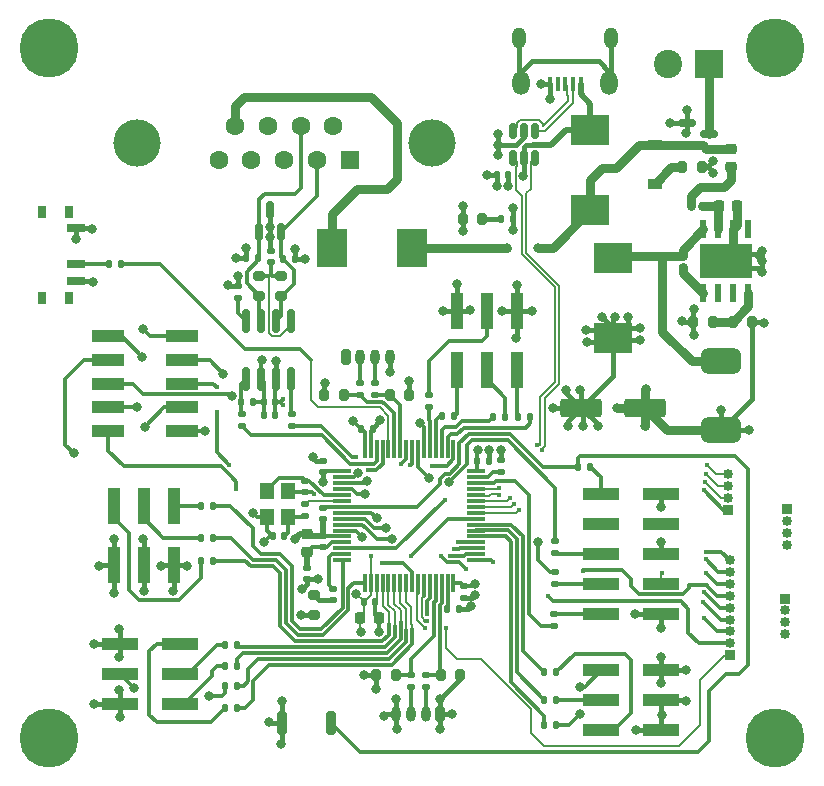
<source format=gbr>
%TF.GenerationSoftware,KiCad,Pcbnew,(6.0.1)*%
%TF.CreationDate,2022-05-20T13:38:49+06:30*%
%TF.ProjectId,STM32_Com_Buck,53544d33-325f-4436-9f6d-5f4275636b2e,v1.0*%
%TF.SameCoordinates,Original*%
%TF.FileFunction,Copper,L1,Top*%
%TF.FilePolarity,Positive*%
%FSLAX46Y46*%
G04 Gerber Fmt 4.6, Leading zero omitted, Abs format (unit mm)*
G04 Created by KiCad (PCBNEW (6.0.1)) date 2022-05-20 13:38:49*
%MOMM*%
%LPD*%
G01*
G04 APERTURE LIST*
G04 Aperture macros list*
%AMRoundRect*
0 Rectangle with rounded corners*
0 $1 Rounding radius*
0 $2 $3 $4 $5 $6 $7 $8 $9 X,Y pos of 4 corners*
0 Add a 4 corners polygon primitive as box body*
4,1,4,$2,$3,$4,$5,$6,$7,$8,$9,$2,$3,0*
0 Add four circle primitives for the rounded corners*
1,1,$1+$1,$2,$3*
1,1,$1+$1,$4,$5*
1,1,$1+$1,$6,$7*
1,1,$1+$1,$8,$9*
0 Add four rect primitives between the rounded corners*
20,1,$1+$1,$2,$3,$4,$5,0*
20,1,$1+$1,$4,$5,$6,$7,0*
20,1,$1+$1,$6,$7,$8,$9,0*
20,1,$1+$1,$8,$9,$2,$3,0*%
G04 Aperture macros list end*
%TA.AperFunction,SMDPad,CuDef*%
%ADD10RoundRect,0.140000X-0.140000X-0.170000X0.140000X-0.170000X0.140000X0.170000X-0.140000X0.170000X0*%
%TD*%
%TA.AperFunction,SMDPad,CuDef*%
%ADD11RoundRect,0.135000X-0.185000X0.135000X-0.185000X-0.135000X0.185000X-0.135000X0.185000X0.135000X0*%
%TD*%
%TA.AperFunction,SMDPad,CuDef*%
%ADD12RoundRect,0.140000X-0.170000X0.140000X-0.170000X-0.140000X0.170000X-0.140000X0.170000X0.140000X0*%
%TD*%
%TA.AperFunction,SMDPad,CuDef*%
%ADD13RoundRect,0.135000X0.135000X0.185000X-0.135000X0.185000X-0.135000X-0.185000X0.135000X-0.185000X0*%
%TD*%
%TA.AperFunction,SMDPad,CuDef*%
%ADD14R,0.800000X1.000000*%
%TD*%
%TA.AperFunction,SMDPad,CuDef*%
%ADD15R,1.500000X0.700000*%
%TD*%
%TA.AperFunction,ComponentPad*%
%ADD16C,0.800000*%
%TD*%
%TA.AperFunction,ComponentPad*%
%ADD17C,5.000000*%
%TD*%
%TA.AperFunction,SMDPad,CuDef*%
%ADD18RoundRect,0.135000X0.185000X-0.135000X0.185000X0.135000X-0.185000X0.135000X-0.185000X-0.135000X0*%
%TD*%
%TA.AperFunction,SMDPad,CuDef*%
%ADD19RoundRect,0.200000X0.275000X-0.200000X0.275000X0.200000X-0.275000X0.200000X-0.275000X-0.200000X0*%
%TD*%
%TA.AperFunction,SMDPad,CuDef*%
%ADD20R,2.500000X3.300000*%
%TD*%
%TA.AperFunction,SMDPad,CuDef*%
%ADD21RoundRect,0.200000X0.200000X0.800000X-0.200000X0.800000X-0.200000X-0.800000X0.200000X-0.800000X0*%
%TD*%
%TA.AperFunction,SMDPad,CuDef*%
%ADD22RoundRect,0.140000X0.170000X-0.140000X0.170000X0.140000X-0.170000X0.140000X-0.170000X-0.140000X0*%
%TD*%
%TA.AperFunction,SMDPad,CuDef*%
%ADD23RoundRect,0.147500X-0.147500X-0.172500X0.147500X-0.172500X0.147500X0.172500X-0.147500X0.172500X0*%
%TD*%
%TA.AperFunction,SMDPad,CuDef*%
%ADD24RoundRect,0.147500X0.172500X-0.147500X0.172500X0.147500X-0.172500X0.147500X-0.172500X-0.147500X0*%
%TD*%
%TA.AperFunction,SMDPad,CuDef*%
%ADD25RoundRect,0.200000X-0.200000X-0.275000X0.200000X-0.275000X0.200000X0.275000X-0.200000X0.275000X0*%
%TD*%
%TA.AperFunction,SMDPad,CuDef*%
%ADD26RoundRect,0.135000X-0.135000X-0.185000X0.135000X-0.185000X0.135000X0.185000X-0.135000X0.185000X0*%
%TD*%
%TA.AperFunction,SMDPad,CuDef*%
%ADD27RoundRect,0.140000X0.140000X0.170000X-0.140000X0.170000X-0.140000X-0.170000X0.140000X-0.170000X0*%
%TD*%
%TA.AperFunction,SMDPad,CuDef*%
%ADD28R,0.450000X1.300000*%
%TD*%
%TA.AperFunction,ComponentPad*%
%ADD29O,1.150000X1.800000*%
%TD*%
%TA.AperFunction,ComponentPad*%
%ADD30O,1.450000X2.000000*%
%TD*%
%TA.AperFunction,SMDPad,CuDef*%
%ADD31R,0.600000X1.550000*%
%TD*%
%TA.AperFunction,ComponentPad*%
%ADD32C,0.600000*%
%TD*%
%TA.AperFunction,SMDPad,CuDef*%
%ADD33R,4.500000X2.950000*%
%TD*%
%TA.AperFunction,SMDPad,CuDef*%
%ADD34R,3.100000X2.600000*%
%TD*%
%TA.AperFunction,SMDPad,CuDef*%
%ADD35RoundRect,0.150000X-0.150000X0.512500X-0.150000X-0.512500X0.150000X-0.512500X0.150000X0.512500X0*%
%TD*%
%TA.AperFunction,SMDPad,CuDef*%
%ADD36RoundRect,0.150000X0.150000X-0.825000X0.150000X0.825000X-0.150000X0.825000X-0.150000X-0.825000X0*%
%TD*%
%TA.AperFunction,SMDPad,CuDef*%
%ADD37RoundRect,0.537500X-1.162500X0.537500X-1.162500X-0.537500X1.162500X-0.537500X1.162500X0.537500X0*%
%TD*%
%TA.AperFunction,SMDPad,CuDef*%
%ADD38RoundRect,0.218750X-0.256250X0.218750X-0.256250X-0.218750X0.256250X-0.218750X0.256250X0.218750X0*%
%TD*%
%TA.AperFunction,SMDPad,CuDef*%
%ADD39RoundRect,0.250000X1.500000X0.550000X-1.500000X0.550000X-1.500000X-0.550000X1.500000X-0.550000X0*%
%TD*%
%TA.AperFunction,SMDPad,CuDef*%
%ADD40RoundRect,0.150000X0.150000X-0.587500X0.150000X0.587500X-0.150000X0.587500X-0.150000X-0.587500X0*%
%TD*%
%TA.AperFunction,SMDPad,CuDef*%
%ADD41R,3.300000X2.500000*%
%TD*%
%TA.AperFunction,ComponentPad*%
%ADD42RoundRect,0.200000X0.200000X0.450000X-0.200000X0.450000X-0.200000X-0.450000X0.200000X-0.450000X0*%
%TD*%
%TA.AperFunction,ComponentPad*%
%ADD43O,0.800000X1.300000*%
%TD*%
%TA.AperFunction,SMDPad,CuDef*%
%ADD44RoundRect,0.200000X0.200000X0.275000X-0.200000X0.275000X-0.200000X-0.275000X0.200000X-0.275000X0*%
%TD*%
%TA.AperFunction,SMDPad,CuDef*%
%ADD45R,2.750000X1.000000*%
%TD*%
%TA.AperFunction,SMDPad,CuDef*%
%ADD46R,3.150000X1.000000*%
%TD*%
%TA.AperFunction,SMDPad,CuDef*%
%ADD47RoundRect,0.150000X-0.587500X-0.150000X0.587500X-0.150000X0.587500X0.150000X-0.587500X0.150000X0*%
%TD*%
%TA.AperFunction,SMDPad,CuDef*%
%ADD48R,1.000000X3.150000*%
%TD*%
%TA.AperFunction,SMDPad,CuDef*%
%ADD49RoundRect,0.225000X0.225000X0.250000X-0.225000X0.250000X-0.225000X-0.250000X0.225000X-0.250000X0*%
%TD*%
%TA.AperFunction,SMDPad,CuDef*%
%ADD50R,1.200000X1.400000*%
%TD*%
%TA.AperFunction,SMDPad,CuDef*%
%ADD51R,1.200000X0.900000*%
%TD*%
%TA.AperFunction,ComponentPad*%
%ADD52R,0.850000X0.850000*%
%TD*%
%TA.AperFunction,ComponentPad*%
%ADD53O,0.850000X0.850000*%
%TD*%
%TA.AperFunction,SMDPad,CuDef*%
%ADD54RoundRect,0.225000X0.250000X-0.225000X0.250000X0.225000X-0.250000X0.225000X-0.250000X-0.225000X0*%
%TD*%
%TA.AperFunction,ComponentPad*%
%ADD55R,2.400000X2.400000*%
%TD*%
%TA.AperFunction,ComponentPad*%
%ADD56C,2.400000*%
%TD*%
%TA.AperFunction,SMDPad,CuDef*%
%ADD57RoundRect,0.200000X-0.275000X0.200000X-0.275000X-0.200000X0.275000X-0.200000X0.275000X0.200000X0*%
%TD*%
%TA.AperFunction,SMDPad,CuDef*%
%ADD58RoundRect,0.225000X-0.225000X-0.250000X0.225000X-0.250000X0.225000X0.250000X-0.225000X0.250000X0*%
%TD*%
%TA.AperFunction,SMDPad,CuDef*%
%ADD59RoundRect,0.075000X-0.700000X-0.075000X0.700000X-0.075000X0.700000X0.075000X-0.700000X0.075000X0*%
%TD*%
%TA.AperFunction,SMDPad,CuDef*%
%ADD60RoundRect,0.075000X-0.075000X-0.700000X0.075000X-0.700000X0.075000X0.700000X-0.075000X0.700000X0*%
%TD*%
%TA.AperFunction,ComponentPad*%
%ADD61C,4.000000*%
%TD*%
%TA.AperFunction,ComponentPad*%
%ADD62R,1.600000X1.600000*%
%TD*%
%TA.AperFunction,ComponentPad*%
%ADD63C,1.600000*%
%TD*%
%TA.AperFunction,ComponentPad*%
%ADD64RoundRect,0.200000X-0.200000X-0.450000X0.200000X-0.450000X0.200000X0.450000X-0.200000X0.450000X0*%
%TD*%
%TA.AperFunction,ViaPad*%
%ADD65C,0.800000*%
%TD*%
%TA.AperFunction,ViaPad*%
%ADD66C,0.400000*%
%TD*%
%TA.AperFunction,Conductor*%
%ADD67C,0.750000*%
%TD*%
%TA.AperFunction,Conductor*%
%ADD68C,0.450000*%
%TD*%
%TA.AperFunction,Conductor*%
%ADD69C,0.300000*%
%TD*%
%TA.AperFunction,Conductor*%
%ADD70C,0.201422*%
%TD*%
%TA.AperFunction,Conductor*%
%ADD71C,0.500000*%
%TD*%
%TA.AperFunction,Conductor*%
%ADD72C,0.400000*%
%TD*%
%TA.AperFunction,Conductor*%
%ADD73C,0.175006*%
%TD*%
%TA.AperFunction,Conductor*%
%ADD74C,0.201000*%
%TD*%
G04 APERTURE END LIST*
D10*
%TO.P,C17,1*%
%TO.N,+3V3*%
X183416000Y-50546000D03*
%TO.P,C17,2*%
%TO.N,GND*%
X184376000Y-50546000D03*
%TD*%
%TO.P,C18,1*%
%TO.N,+3V3*%
X193220400Y-53238400D03*
%TO.P,C18,2*%
%TO.N,GND*%
X194180400Y-53238400D03*
%TD*%
D11*
%TO.P,R8,1*%
%TO.N,Net-(R8-Pad1)*%
X199694800Y-66241200D03*
%TO.P,R8,2*%
%TO.N,SWDIO*%
X199694800Y-67261200D03*
%TD*%
D12*
%TO.P,C19,1*%
%TO.N,+3V3*%
X192125600Y-63883600D03*
%TO.P,C19,2*%
%TO.N,GND*%
X192125600Y-64843600D03*
%TD*%
D10*
%TO.P,C14,1*%
%TO.N,CAN1_L*%
X176812000Y-36169600D03*
%TO.P,C14,2*%
%TO.N,GND*%
X177772000Y-36169600D03*
%TD*%
D13*
%TO.P,R18,1*%
%TO.N,SPI1_MISO*%
X172874400Y-70662800D03*
%TO.P,R18,2*%
%TO.N,Net-(R18-Pad2)*%
X171854400Y-70662800D03*
%TD*%
D14*
%TO.P,SW1,*%
%TO.N,*%
X156405600Y-39464000D03*
X156405600Y-32164000D03*
X158615600Y-39464000D03*
X158615600Y-32164000D03*
D15*
%TO.P,SW1,1,A*%
%TO.N,+3V3*%
X159265600Y-33564000D03*
%TO.P,SW1,2,B*%
%TO.N,Net-(R5-Pad1)*%
X159265600Y-36564000D03*
%TO.P,SW1,3,C*%
%TO.N,GND*%
X159265600Y-38064000D03*
%TD*%
D16*
%TO.P,H3,1,1*%
%TO.N,GND*%
X156972000Y-74833000D03*
D17*
X156972000Y-76708000D03*
D16*
X158847000Y-76708000D03*
X158297825Y-75382175D03*
X156972000Y-78583000D03*
X155097000Y-76708000D03*
X158297825Y-78033825D03*
X155646175Y-75382175D03*
X155646175Y-78033825D03*
%TD*%
D18*
%TO.P,R32,1*%
%TO.N,Net-(R32-Pad1)*%
X172974000Y-39473600D03*
%TO.P,R32,2*%
%TO.N,GND*%
X172974000Y-38453600D03*
%TD*%
D19*
%TO.P,R6,1*%
%TO.N,GND*%
X179374800Y-66306200D03*
%TO.P,R6,2*%
%TO.N,Net-(R6-Pad2)*%
X179374800Y-64656200D03*
%TD*%
D20*
%TO.P,D2,1,K*%
%TO.N,Net-(D1-Pad1)*%
X187702400Y-35255200D03*
%TO.P,D2,2,A*%
%TO.N,V_CAN*%
X180902400Y-35255200D03*
%TD*%
D21*
%TO.P,SW2,1,A*%
%TO.N,NRST*%
X180865200Y-75438000D03*
%TO.P,SW2,2,B*%
%TO.N,GND*%
X176665200Y-75438000D03*
%TD*%
D22*
%TO.P,C1,1*%
%TO.N,BUCK_BOOT*%
X210629000Y-36852800D03*
%TO.P,C1,2*%
%TO.N,BUCK_OUT*%
X210629000Y-35892800D03*
%TD*%
D18*
%TO.P,R30,1*%
%TO.N,CAN1_TX*%
X173278800Y-50294000D03*
%TO.P,R30,2*%
%TO.N,Net-(R30-Pad2)*%
X173278800Y-49274000D03*
%TD*%
D23*
%TO.P,FB1,1*%
%TO.N,Net-(FB1-Pad1)*%
X211312400Y-31648400D03*
%TO.P,FB1,2*%
%TO.N,BUCK_IN*%
X212282400Y-31648400D03*
%TD*%
D24*
%TO.P,L2,1*%
%TO.N,+3V3*%
X178816000Y-63273800D03*
%TO.P,L2,2*%
%TO.N,+3.3VA*%
X178816000Y-62303800D03*
%TD*%
D25*
%TO.P,R2,1*%
%TO.N,BUCK_SENSE*%
X214833200Y-41503600D03*
%TO.P,R2,2*%
%TO.N,+3V3*%
X216483200Y-41503600D03*
%TD*%
D26*
%TO.P,R24,1*%
%TO.N,Net-(R24-Pad1)*%
X171854400Y-72288400D03*
%TO.P,R24,2*%
%TO.N,SPI1_MOSI*%
X172874400Y-72288400D03*
%TD*%
%TO.P,R21,1*%
%TO.N,SPI3_MISO*%
X190244000Y-49479200D03*
%TO.P,R21,2*%
%TO.N,Net-(R21-Pad2)*%
X191264000Y-49479200D03*
%TD*%
D27*
%TO.P,C15,1*%
%TO.N,+5V*%
X195856800Y-29057600D03*
%TO.P,C15,2*%
%TO.N,GND*%
X194896800Y-29057600D03*
%TD*%
D16*
%TO.P,H1,1,1*%
%TO.N,GND*%
X217114175Y-78033825D03*
X218440000Y-78583000D03*
X219765825Y-75382175D03*
D17*
X218440000Y-76708000D03*
D16*
X219765825Y-78033825D03*
X218440000Y-74833000D03*
X216565000Y-76708000D03*
X217114175Y-75382175D03*
X220315000Y-76708000D03*
%TD*%
D28*
%TO.P,J2,1,VBUS*%
%TO.N,+5V*%
X201965000Y-21349400D03*
%TO.P,J2,2,D-*%
%TO.N,USB_CON_D-*%
X201315000Y-21349400D03*
%TO.P,J2,3,D+*%
%TO.N,USB_CON_D+*%
X200665000Y-21349400D03*
%TO.P,J2,4,ID*%
%TO.N,unconnected-(J2-Pad4)*%
X200015000Y-21349400D03*
%TO.P,J2,5,GND*%
%TO.N,GND*%
X199365000Y-21349400D03*
D29*
%TO.P,J2,6,Shield*%
%TO.N,unconnected-(J2-Pad6)*%
X204540000Y-17499400D03*
D30*
X204390000Y-21299400D03*
X196940000Y-21299400D03*
D29*
X196790000Y-17499400D03*
%TD*%
D31*
%TO.P,U1,1,BOOT*%
%TO.N,BUCK_BOOT*%
X212330800Y-39072800D03*
%TO.P,U1,2,NC*%
%TO.N,unconnected-(U1-Pad2)*%
X213600800Y-39072800D03*
%TO.P,U1,3,NC*%
%TO.N,unconnected-(U1-Pad3)*%
X214870800Y-39072800D03*
%TO.P,U1,4,VSENSE*%
%TO.N,BUCK_SENSE*%
X216140800Y-39072800D03*
%TO.P,U1,5,EN*%
%TO.N,unconnected-(U1-Pad5)*%
X216140800Y-33672800D03*
%TO.P,U1,6,GND*%
%TO.N,GND*%
X214870800Y-33672800D03*
%TO.P,U1,7,VIN*%
%TO.N,BUCK_IN*%
X213600800Y-33672800D03*
%TO.P,U1,8,PH*%
%TO.N,BUCK_OUT*%
X212330800Y-33672800D03*
D32*
%TO.P,U1,9,GNDPAD*%
%TO.N,GND*%
X214935800Y-36972800D03*
D33*
X214235800Y-36372800D03*
D32*
X213635800Y-36972800D03*
X214935800Y-35772800D03*
X216035800Y-35772800D03*
X213635800Y-35772800D03*
D34*
X214235800Y-36372800D03*
D32*
X212435800Y-35772800D03*
X216035800Y-36972800D03*
X212435800Y-36972800D03*
%TD*%
D27*
%TO.P,C20,1*%
%TO.N,+3V3*%
X184579200Y-65227200D03*
%TO.P,C20,2*%
%TO.N,GND*%
X183619200Y-65227200D03*
%TD*%
D18*
%TO.P,R28,1*%
%TO.N,I2C1_SCL*%
X184556400Y-47652400D03*
%TO.P,R28,2*%
%TO.N,Net-(J10-Pad3)*%
X184556400Y-46632400D03*
%TD*%
D22*
%TO.P,C12,1*%
%TO.N,Net-(R33-Pad1)*%
X175717200Y-36446400D03*
%TO.P,C12,2*%
%TO.N,GND*%
X175717200Y-35486400D03*
%TD*%
D35*
%TO.P,U4,1,I/O1*%
%TO.N,USB_CON_D-*%
X198104800Y-25329300D03*
%TO.P,U4,2,GND*%
%TO.N,GND*%
X197154800Y-25329300D03*
%TO.P,U4,3,I/O2*%
%TO.N,USB_CON_D+*%
X196204800Y-25329300D03*
%TO.P,U4,4,I/O2*%
%TO.N,USB_D+*%
X196204800Y-27604300D03*
%TO.P,U4,5,VBUS*%
%TO.N,+5V*%
X197154800Y-27604300D03*
%TO.P,U4,6,I/O1*%
%TO.N,USB_D-*%
X198104800Y-27604300D03*
%TD*%
D12*
%TO.P,C4,1*%
%TO.N,HSE_IN*%
X178663600Y-54942800D03*
%TO.P,C4,2*%
%TO.N,GND*%
X178663600Y-55902800D03*
%TD*%
D36*
%TO.P,U3,1,D*%
%TO.N,Net-(R30-Pad2)*%
X173659800Y-46366200D03*
%TO.P,U3,2,GND*%
%TO.N,GND*%
X174929800Y-46366200D03*
%TO.P,U3,3,VCC*%
%TO.N,+3V3*%
X176199800Y-46366200D03*
%TO.P,U3,4,R*%
%TO.N,Net-(R31-Pad2)*%
X177469800Y-46366200D03*
%TO.P,U3,5,Vref*%
%TO.N,Net-(R33-Pad1)*%
X177469800Y-41416200D03*
%TO.P,U3,6,CANL*%
%TO.N,CAN1_L*%
X176199800Y-41416200D03*
%TO.P,U3,7,CANH*%
%TO.N,CAN1_H*%
X174929800Y-41416200D03*
%TO.P,U3,8,Rs*%
%TO.N,Net-(R32-Pad1)*%
X173659800Y-41416200D03*
%TD*%
D37*
%TO.P,L1,1*%
%TO.N,BUCK_OUT*%
X213872000Y-44852000D03*
%TO.P,L1,2*%
%TO.N,+3V3*%
X213872000Y-50652000D03*
%TD*%
D26*
%TO.P,R13,1*%
%TO.N,USART6_RX*%
X198880000Y-73507600D03*
%TO.P,R13,2*%
%TO.N,Net-(R13-Pad2)*%
X199900000Y-73507600D03*
%TD*%
D38*
%TO.P,F1,1*%
%TO.N,Net-(D1-Pad1)*%
X214680800Y-26847700D03*
%TO.P,F1,2*%
%TO.N,Net-(FB1-Pad1)*%
X214680800Y-28422700D03*
%TD*%
D18*
%TO.P,R10,1*%
%TO.N,Net-(R10-Pad1)*%
X199796400Y-61063600D03*
%TO.P,R10,2*%
%TO.N,SWO*%
X199796400Y-60043600D03*
%TD*%
%TO.P,R29,1*%
%TO.N,I2C1_SDA*%
X183286400Y-47652400D03*
%TO.P,R29,2*%
%TO.N,Net-(J10-Pad2)*%
X183286400Y-46632400D03*
%TD*%
D39*
%TO.P,C3,1*%
%TO.N,+3V3*%
X207424000Y-48768000D03*
%TO.P,C3,2*%
%TO.N,GND*%
X202024000Y-48768000D03*
%TD*%
D40*
%TO.P,D7,1,A1*%
%TO.N,CAN1_H*%
X174716400Y-33906700D03*
%TO.P,D7,2,A2*%
%TO.N,CAN1_L*%
X176616400Y-33906700D03*
%TO.P,D7,3,common*%
%TO.N,GND*%
X175666400Y-32031700D03*
%TD*%
D41*
%TO.P,D5,1,K*%
%TO.N,BUCK_OUT*%
X204724000Y-36071600D03*
%TO.P,D5,2,A*%
%TO.N,GND*%
X204724000Y-42871600D03*
%TD*%
D22*
%TO.P,C8,1*%
%TO.N,Net-(C8-Pad1)*%
X195224400Y-54175600D03*
%TO.P,C8,2*%
%TO.N,GND*%
X195224400Y-53215600D03*
%TD*%
%TO.P,C21,1*%
%TO.N,+3V3*%
X180187600Y-54198400D03*
%TO.P,C21,2*%
%TO.N,GND*%
X180187600Y-53238400D03*
%TD*%
D13*
%TO.P,R20,1*%
%TO.N,SPI1_CS*%
X172874400Y-74168000D03*
%TO.P,R20,2*%
%TO.N,Net-(R20-Pad2)*%
X171854400Y-74168000D03*
%TD*%
D12*
%TO.P,C6,1*%
%TO.N,NRST*%
X180136800Y-57228800D03*
%TO.P,C6,2*%
%TO.N,GND*%
X180136800Y-58188800D03*
%TD*%
D25*
%TO.P,R35,1*%
%TO.N,I2C1_SCL*%
X185814200Y-47650400D03*
%TO.P,R35,2*%
%TO.N,+3V3*%
X187464200Y-47650400D03*
%TD*%
D42*
%TO.P,J9,1,Pin_1*%
%TO.N,+3V3*%
X190089000Y-74683200D03*
D43*
%TO.P,J9,2,Pin_2*%
%TO.N,Net-(J9-Pad2)*%
X188839000Y-74683200D03*
%TO.P,J9,3,Pin_3*%
%TO.N,Net-(J9-Pad3)*%
X187589000Y-74683200D03*
%TO.P,J9,4,Pin_4*%
%TO.N,GND*%
X186339000Y-74683200D03*
%TD*%
D41*
%TO.P,D3,1,K*%
%TO.N,Net-(D1-Pad1)*%
X202793600Y-32051200D03*
%TO.P,D3,2,A*%
%TO.N,+5V*%
X202793600Y-25251200D03*
%TD*%
D13*
%TO.P,R16,1*%
%TO.N,USART2_RX*%
X170842400Y-59791600D03*
%TO.P,R16,2*%
%TO.N,Net-(R16-Pad2)*%
X169822400Y-59791600D03*
%TD*%
%TO.P,R17,1*%
%TO.N,USART2_CK*%
X170842400Y-61722000D03*
%TO.P,R17,2*%
%TO.N,Net-(R17-Pad2)*%
X169822400Y-61722000D03*
%TD*%
D10*
%TO.P,C9,1*%
%TO.N,Net-(R30-Pad2)*%
X173256000Y-48260000D03*
%TO.P,C9,2*%
%TO.N,GND*%
X174216000Y-48260000D03*
%TD*%
D44*
%TO.P,R36,1*%
%TO.N,I2C1_SDA*%
X181927000Y-47650400D03*
%TO.P,R36,2*%
%TO.N,+3V3*%
X180277000Y-47650400D03*
%TD*%
D26*
%TO.P,R5,1*%
%TO.N,Net-(R5-Pad1)*%
X162050000Y-36576000D03*
%TO.P,R5,2*%
%TO.N,BOOT0*%
X163070000Y-36576000D03*
%TD*%
D25*
%TO.P,R38,1*%
%TO.N,I2C2_SDA*%
X190132200Y-71424800D03*
%TO.P,R38,2*%
%TO.N,+3V3*%
X191782200Y-71424800D03*
%TD*%
D16*
%TO.P,H4,1,1*%
%TO.N,GND*%
X158847000Y-18288000D03*
X156972000Y-16413000D03*
D17*
X156972000Y-18288000D03*
D16*
X155097000Y-18288000D03*
X158297825Y-19613825D03*
X155646175Y-16962175D03*
X155646175Y-19613825D03*
X158297825Y-16962175D03*
X156972000Y-20163000D03*
%TD*%
D25*
%TO.P,R3,1*%
%TO.N,GND*%
X211519000Y-41478200D03*
%TO.P,R3,2*%
%TO.N,BUCK_SENSE*%
X213169000Y-41478200D03*
%TD*%
D18*
%TO.P,R9,1*%
%TO.N,Net-(R9-Pad1)*%
X199796400Y-63654400D03*
%TO.P,R9,2*%
%TO.N,SWCLK*%
X199796400Y-62634400D03*
%TD*%
D45*
%TO.P,J13,1,Pin_1*%
%TO.N,PC0*%
X168225000Y-42736000D03*
%TO.P,J13,2,Pin_2*%
%TO.N,PC1*%
X161975000Y-42736000D03*
%TO.P,J13,3,Pin_3*%
%TO.N,PC2*%
X168225000Y-44736000D03*
%TO.P,J13,4,Pin_4*%
%TO.N,PC3*%
X161975000Y-44736000D03*
%TO.P,J13,5,Pin_5*%
%TO.N,PC5*%
X168225000Y-46736000D03*
%TO.P,J13,6,Pin_6*%
%TO.N,PD2*%
X161975000Y-46736000D03*
%TO.P,J13,7,Pin_7*%
%TO.N,PC15*%
X168225000Y-48736000D03*
%TO.P,J13,8,Pin_8*%
%TO.N,PC14*%
X161975000Y-48736000D03*
%TO.P,J13,9,Pin_9*%
%TO.N,PC13*%
X168225000Y-50736000D03*
%TO.P,J13,10,Pin_10*%
%TO.N,PC9*%
X161975000Y-50736000D03*
%TD*%
D46*
%TO.P,J7,1,Pin_1*%
%TO.N,Net-(R12-Pad2)*%
X203723000Y-70967600D03*
%TO.P,J7,2,Pin_2*%
%TO.N,+3V3*%
X208773000Y-70967600D03*
%TO.P,J7,3,Pin_3*%
%TO.N,Net-(R13-Pad2)*%
X203723000Y-73507600D03*
%TO.P,J7,4,Pin_4*%
%TO.N,GND*%
X208773000Y-73507600D03*
%TO.P,J7,5,Pin_5*%
%TO.N,Net-(R14-Pad2)*%
X203723000Y-76047600D03*
%TO.P,J7,6,Pin_6*%
%TO.N,GND*%
X208773000Y-76047600D03*
%TD*%
D44*
%TO.P,R37,1*%
%TO.N,I2C2_SCL*%
X186295800Y-71424800D03*
%TO.P,R37,2*%
%TO.N,+3V3*%
X184645800Y-71424800D03*
%TD*%
D13*
%TO.P,R23,1*%
%TO.N,SPI3_CS*%
X197664800Y-49530000D03*
%TO.P,R23,2*%
%TO.N,Net-(R23-Pad2)*%
X196644800Y-49530000D03*
%TD*%
D46*
%TO.P,J4,1,Pin_1*%
%TO.N,Net-(R18-Pad2)*%
X168016400Y-73812400D03*
%TO.P,J4,2,Pin_2*%
%TO.N,+3V3*%
X162966400Y-73812400D03*
%TO.P,J4,3,Pin_3*%
%TO.N,Net-(R19-Pad2)*%
X168016400Y-71272400D03*
%TO.P,J4,4,Pin_4*%
%TO.N,Net-(R24-Pad1)*%
X162966400Y-71272400D03*
%TO.P,J4,5,Pin_5*%
%TO.N,Net-(R20-Pad2)*%
X168016400Y-68732400D03*
%TO.P,J4,6,Pin_6*%
%TO.N,GND*%
X162966400Y-68732400D03*
%TD*%
D24*
%TO.P,D6,1,K*%
%TO.N,Net-(R6-Pad2)*%
X181000400Y-65079600D03*
%TO.P,D6,2,A*%
%TO.N,LED_STATUS*%
X181000400Y-64109600D03*
%TD*%
D26*
%TO.P,R22,1*%
%TO.N,SPI3_SCK*%
X194562000Y-49530000D03*
%TO.P,R22,2*%
%TO.N,Net-(R22-Pad2)*%
X195582000Y-49530000D03*
%TD*%
D47*
%TO.P,Q1,1,G*%
%TO.N,GND*%
X210949300Y-24653200D03*
%TO.P,Q1,2,S*%
%TO.N,Net-(D1-Pad1)*%
X210949300Y-26553200D03*
%TO.P,Q1,3,D*%
%TO.N,+12V*%
X212824300Y-25603200D03*
%TD*%
D27*
%TO.P,C11,1*%
%TO.N,+3V3*%
X176095600Y-48260000D03*
%TO.P,C11,2*%
%TO.N,GND*%
X175135600Y-48260000D03*
%TD*%
D11*
%TO.P,R27,1*%
%TO.N,I2C2_SDA*%
X188874400Y-71422800D03*
%TO.P,R27,2*%
%TO.N,Net-(J9-Pad2)*%
X188874400Y-72442800D03*
%TD*%
D25*
%TO.P,R4,1*%
%TO.N,GND*%
X191986400Y-32766000D03*
%TO.P,R4,2*%
%TO.N,Net-(R4-Pad2)*%
X193636400Y-32766000D03*
%TD*%
D48*
%TO.P,J8,1,Pin_1*%
%TO.N,Net-(R15-Pad2)*%
X167538400Y-57063400D03*
%TO.P,J8,2,Pin_2*%
%TO.N,+3V3*%
X167538400Y-62113400D03*
%TO.P,J8,3,Pin_3*%
%TO.N,Net-(R16-Pad2)*%
X164998400Y-57063400D03*
%TO.P,J8,4,Pin_4*%
%TO.N,GND*%
X164998400Y-62113400D03*
%TO.P,J8,5,Pin_5*%
%TO.N,Net-(R17-Pad2)*%
X162458400Y-57063400D03*
%TO.P,J8,6,Pin_6*%
%TO.N,GND*%
X162458400Y-62113400D03*
%TD*%
D49*
%TO.P,C16,1*%
%TO.N,+3V3*%
X184874200Y-66598800D03*
%TO.P,C16,2*%
%TO.N,GND*%
X183324200Y-66598800D03*
%TD*%
D26*
%TO.P,R14,1*%
%TO.N,USART6_CK*%
X198880000Y-71170800D03*
%TO.P,R14,2*%
%TO.N,Net-(R14-Pad2)*%
X199900000Y-71170800D03*
%TD*%
D50*
%TO.P,Y1,1,1*%
%TO.N,HSE_IN*%
X175454000Y-55796000D03*
%TO.P,Y1,2,2*%
%TO.N,GND*%
X175454000Y-57996000D03*
%TO.P,Y1,3,3*%
%TO.N,Net-(R7-Pad1)*%
X177154000Y-57996000D03*
%TO.P,Y1,4,4*%
%TO.N,GND*%
X177154000Y-55796000D03*
%TD*%
D51*
%TO.P,D1,1,K*%
%TO.N,Net-(D1-Pad1)*%
X208229200Y-26493200D03*
%TO.P,D1,2,A*%
%TO.N,Net-(R1-Pad1)*%
X208229200Y-29793200D03*
%TD*%
D18*
%TO.P,R31,1*%
%TO.N,CAN1_RX*%
X177546000Y-50294000D03*
%TO.P,R31,2*%
%TO.N,Net-(R31-Pad2)*%
X177546000Y-49274000D03*
%TD*%
D46*
%TO.P,J6,1,Pin_1*%
%TO.N,+3V3*%
X208773000Y-66245200D03*
%TO.P,J6,2,Pin_2*%
%TO.N,Net-(R8-Pad1)*%
X203723000Y-66245200D03*
%TO.P,J6,3,Pin_3*%
%TO.N,GND*%
X208773000Y-63705200D03*
%TO.P,J6,4,Pin_4*%
%TO.N,Net-(R9-Pad1)*%
X203723000Y-63705200D03*
%TO.P,J6,5,Pin_5*%
%TO.N,GND*%
X208773000Y-61165200D03*
%TO.P,J6,6,Pin_6*%
%TO.N,Net-(R10-Pad1)*%
X203723000Y-61165200D03*
%TO.P,J6,7,Pin_7*%
%TO.N,unconnected-(J6-Pad7)*%
X208773000Y-58625200D03*
%TO.P,J6,8,Pin_8*%
%TO.N,unconnected-(J6-Pad8)*%
X203723000Y-58625200D03*
%TO.P,J6,9,Pin_9*%
%TO.N,GND*%
X208773000Y-56085200D03*
%TO.P,J6,10,Pin_10*%
%TO.N,Net-(R11-Pad1)*%
X203723000Y-56085200D03*
%TD*%
D52*
%TO.P,J11,1,Pin_1*%
%TO.N,PA0*%
X214412000Y-57385200D03*
D53*
%TO.P,J11,2,Pin_2*%
%TO.N,PA8*%
X214412000Y-56385200D03*
%TO.P,J11,3,Pin_3*%
%TO.N,PA9*%
X214412000Y-55385200D03*
%TO.P,J11,4,Pin_4*%
%TO.N,PA10*%
X214412000Y-54385200D03*
%TD*%
D18*
%TO.P,R7,1*%
%TO.N,Net-(R7-Pad1)*%
X178663600Y-57964800D03*
%TO.P,R7,2*%
%TO.N,HSE_OUT*%
X178663600Y-56944800D03*
%TD*%
D25*
%TO.P,R1,1*%
%TO.N,Net-(R1-Pad1)*%
X210553800Y-28397200D03*
%TO.P,R1,2*%
%TO.N,GND*%
X212203800Y-28397200D03*
%TD*%
D16*
%TO.P,H2,1,1*%
%TO.N,GND*%
X216565000Y-18288000D03*
X218440000Y-16413000D03*
X219765825Y-19613825D03*
X218440000Y-20163000D03*
D17*
X218440000Y-18288000D03*
D16*
X217114175Y-19613825D03*
X217114175Y-16962175D03*
X220315000Y-18288000D03*
X219765825Y-16962175D03*
%TD*%
D54*
%TO.P,C22,1*%
%TO.N,+3.3VA*%
X178816000Y-60973000D03*
%TO.P,C22,2*%
%TO.N,GND*%
X178816000Y-59423000D03*
%TD*%
D55*
%TO.P,J3,1,Pin_1*%
%TO.N,+12V*%
X212852000Y-19648400D03*
D56*
%TO.P,J3,2,Pin_2*%
%TO.N,GND*%
X209352000Y-19648400D03*
%TD*%
D13*
%TO.P,R15,1*%
%TO.N,USART2_TX*%
X170842400Y-57048400D03*
%TO.P,R15,2*%
%TO.N,Net-(R15-Pad2)*%
X169822400Y-57048400D03*
%TD*%
D23*
%TO.P,D4,1,K*%
%TO.N,Net-(R4-Pad2)*%
X195247400Y-32766000D03*
%TO.P,D4,2,A*%
%TO.N,+3V3*%
X196217400Y-32766000D03*
%TD*%
D57*
%TO.P,R33,1*%
%TO.N,Net-(R33-Pad1)*%
X174752000Y-37630600D03*
%TO.P,R33,2*%
%TO.N,CAN1_H*%
X174752000Y-39280600D03*
%TD*%
D52*
%TO.P,J12,1,Pin_1*%
%TO.N,PB0*%
X214579200Y-69697600D03*
D53*
%TO.P,J12,2,Pin_2*%
%TO.N,PB1*%
X214579200Y-68697600D03*
%TO.P,J12,3,Pin_3*%
%TO.N,PB2*%
X214579200Y-67697600D03*
%TO.P,J12,4,Pin_4*%
%TO.N,PB4*%
X214579200Y-66697600D03*
%TO.P,J12,5,Pin_5*%
%TO.N,PB5*%
X214579200Y-65697600D03*
%TO.P,J12,6,Pin_6*%
%TO.N,PB12*%
X214579200Y-64697600D03*
%TO.P,J12,7,Pin_7*%
%TO.N,PB13*%
X214579200Y-63697600D03*
%TO.P,J12,8,Pin_8*%
%TO.N,PB14*%
X214579200Y-62697600D03*
%TO.P,J12,9,Pin_9*%
%TO.N,PB15*%
X214579200Y-61697600D03*
%TD*%
D58*
%TO.P,C2,1*%
%TO.N,BUCK_IN*%
X213664000Y-31699200D03*
%TO.P,C2,2*%
%TO.N,GND*%
X215214000Y-31699200D03*
%TD*%
D59*
%TO.P,U2,1,VBAT*%
%TO.N,+3V3*%
X181777000Y-54162000D03*
%TO.P,U2,2,PC13*%
%TO.N,PC13*%
X181777000Y-54662000D03*
%TO.P,U2,3,PC14*%
%TO.N,PC14*%
X181777000Y-55162000D03*
%TO.P,U2,4,PC15*%
%TO.N,PC15*%
X181777000Y-55662000D03*
%TO.P,U2,5,PH0*%
%TO.N,HSE_IN*%
X181777000Y-56162000D03*
%TO.P,U2,6,PH1*%
%TO.N,HSE_OUT*%
X181777000Y-56662000D03*
%TO.P,U2,7,NRST*%
%TO.N,NRST*%
X181777000Y-57162000D03*
%TO.P,U2,8,PC0*%
%TO.N,PC0*%
X181777000Y-57662000D03*
%TO.P,U2,9,PC1*%
%TO.N,PC1*%
X181777000Y-58162000D03*
%TO.P,U2,10,PC2*%
%TO.N,PC2*%
X181777000Y-58662000D03*
%TO.P,U2,11,PC3*%
%TO.N,PC3*%
X181777000Y-59162000D03*
%TO.P,U2,12,VSSA*%
%TO.N,GND*%
X181777000Y-59662000D03*
%TO.P,U2,13,VDDA*%
%TO.N,+3.3VA*%
X181777000Y-60162000D03*
%TO.P,U2,14,PA0*%
%TO.N,PA0*%
X181777000Y-60662000D03*
%TO.P,U2,15,PA1*%
%TO.N,LED_STATUS*%
X181777000Y-61162000D03*
%TO.P,U2,16,PA2*%
%TO.N,USART2_TX*%
X181777000Y-61662000D03*
D60*
%TO.P,U2,17,PA3*%
%TO.N,USART2_RX*%
X183702000Y-63587000D03*
%TO.P,U2,18,VSS*%
%TO.N,GND*%
X184202000Y-63587000D03*
%TO.P,U2,19,VDD*%
%TO.N,+3V3*%
X184702000Y-63587000D03*
%TO.P,U2,20,PA4*%
%TO.N,USART2_CK*%
X185202000Y-63587000D03*
%TO.P,U2,21,PA5*%
%TO.N,SPI1_SCK*%
X185702000Y-63587000D03*
%TO.P,U2,22,PA6*%
%TO.N,SPI1_MISO*%
X186202000Y-63587000D03*
%TO.P,U2,23,PA7*%
%TO.N,SPI1_MOSI*%
X186702000Y-63587000D03*
%TO.P,U2,24,PC4*%
%TO.N,SPI1_CS*%
X187202000Y-63587000D03*
%TO.P,U2,25,PC5*%
%TO.N,PC5*%
X187702000Y-63587000D03*
%TO.P,U2,26,PB0*%
%TO.N,PB0*%
X188202000Y-63587000D03*
%TO.P,U2,27,PB1*%
%TO.N,PB1*%
X188702000Y-63587000D03*
%TO.P,U2,28,PB2*%
%TO.N,PB2*%
X189202000Y-63587000D03*
%TO.P,U2,29,PB10*%
%TO.N,I2C2_SCL*%
X189702000Y-63587000D03*
%TO.P,U2,30,PB11*%
%TO.N,I2C2_SDA*%
X190202000Y-63587000D03*
%TO.P,U2,31,VCAP_1*%
%TO.N,Net-(C7-Pad1)*%
X190702000Y-63587000D03*
%TO.P,U2,32,VDD*%
%TO.N,+3V3*%
X191202000Y-63587000D03*
D59*
%TO.P,U2,33,PB12*%
%TO.N,PB12*%
X193127000Y-61662000D03*
%TO.P,U2,34,PB13*%
%TO.N,PB13*%
X193127000Y-61162000D03*
%TO.P,U2,35,PB14*%
%TO.N,PB14*%
X193127000Y-60662000D03*
%TO.P,U2,36,PB15*%
%TO.N,PB15*%
X193127000Y-60162000D03*
%TO.P,U2,37,PC6*%
%TO.N,USART6_TX*%
X193127000Y-59662000D03*
%TO.P,U2,38,PC7*%
%TO.N,USART6_RX*%
X193127000Y-59162000D03*
%TO.P,U2,39,PC8*%
%TO.N,USART6_CK*%
X193127000Y-58662000D03*
%TO.P,U2,40,PC9*%
%TO.N,PC9*%
X193127000Y-58162000D03*
%TO.P,U2,41,PA8*%
%TO.N,PA8*%
X193127000Y-57662000D03*
%TO.P,U2,42,PA9*%
%TO.N,PA9*%
X193127000Y-57162000D03*
%TO.P,U2,43,PA10*%
%TO.N,PA10*%
X193127000Y-56662000D03*
%TO.P,U2,44,PA11*%
%TO.N,USB_D-*%
X193127000Y-56162000D03*
%TO.P,U2,45,PA12*%
%TO.N,USB_D+*%
X193127000Y-55662000D03*
%TO.P,U2,46,PA13*%
%TO.N,SWDIO*%
X193127000Y-55162000D03*
%TO.P,U2,47,VCAP_2*%
%TO.N,Net-(C8-Pad1)*%
X193127000Y-54662000D03*
%TO.P,U2,48,VDD*%
%TO.N,+3V3*%
X193127000Y-54162000D03*
D60*
%TO.P,U2,49,PA14*%
%TO.N,SWCLK*%
X191202000Y-52237000D03*
%TO.P,U2,50,PA15*%
%TO.N,SPI3_CS*%
X190702000Y-52237000D03*
%TO.P,U2,51,PC10*%
%TO.N,SPI3_SCK*%
X190202000Y-52237000D03*
%TO.P,U2,52,PC11*%
%TO.N,SPI3_MISO*%
X189702000Y-52237000D03*
%TO.P,U2,53,PC12*%
%TO.N,SPI3_MOSI*%
X189202000Y-52237000D03*
%TO.P,U2,54,PD2*%
%TO.N,PD2*%
X188702000Y-52237000D03*
%TO.P,U2,55,PB3*%
%TO.N,SWO*%
X188202000Y-52237000D03*
%TO.P,U2,56,PB4*%
%TO.N,PB4*%
X187702000Y-52237000D03*
%TO.P,U2,57,PB5*%
%TO.N,PB5*%
X187202000Y-52237000D03*
%TO.P,U2,58,PB6*%
%TO.N,I2C1_SCL*%
X186702000Y-52237000D03*
%TO.P,U2,59,PB7*%
%TO.N,I2C1_SDA*%
X186202000Y-52237000D03*
%TO.P,U2,60,BOOT0*%
%TO.N,BOOT0*%
X185702000Y-52237000D03*
%TO.P,U2,61,PB8*%
%TO.N,CAN1_RX*%
X185202000Y-52237000D03*
%TO.P,U2,62,PB9*%
%TO.N,CAN1_TX*%
X184702000Y-52237000D03*
%TO.P,U2,63,VSS*%
%TO.N,GND*%
X184202000Y-52237000D03*
%TO.P,U2,64,VDD*%
%TO.N,+3V3*%
X183702000Y-52237000D03*
%TD*%
D27*
%TO.P,C5,1*%
%TO.N,Net-(R7-Pad1)*%
X176857600Y-59639200D03*
%TO.P,C5,2*%
%TO.N,GND*%
X175897600Y-59639200D03*
%TD*%
D11*
%TO.P,R26,1*%
%TO.N,I2C2_SCL*%
X187604400Y-71422800D03*
%TO.P,R26,2*%
%TO.N,Net-(J9-Pad3)*%
X187604400Y-72442800D03*
%TD*%
D27*
%TO.P,C10,1*%
%TO.N,+3V3*%
X176095600Y-49377600D03*
%TO.P,C10,2*%
%TO.N,GND*%
X175135600Y-49377600D03*
%TD*%
D13*
%TO.P,R11,1*%
%TO.N,Net-(R11-Pad1)*%
X202795600Y-53746400D03*
%TO.P,R11,2*%
%TO.N,NRST*%
X201775600Y-53746400D03*
%TD*%
D26*
%TO.P,R12,1*%
%TO.N,USART6_TX*%
X198880000Y-75590400D03*
%TO.P,R12,2*%
%TO.N,Net-(R12-Pad2)*%
X199900000Y-75590400D03*
%TD*%
D52*
%TO.P,J15,1,Pin_1*%
%TO.N,GND*%
X219456000Y-57350400D03*
D53*
%TO.P,J15,2,Pin_2*%
X219456000Y-58350400D03*
%TO.P,J15,3,Pin_3*%
X219456000Y-59350400D03*
%TO.P,J15,4,Pin_4*%
X219456000Y-60350400D03*
%TD*%
D61*
%TO.P,J1,0*%
%TO.N,N/C*%
X164372200Y-26362800D03*
X189372200Y-26362800D03*
D62*
%TO.P,J1,1,1*%
%TO.N,unconnected-(J1-Pad1)*%
X182412200Y-27782800D03*
D63*
%TO.P,J1,2,2*%
%TO.N,CAN1_L*%
X179642200Y-27782800D03*
%TO.P,J1,3,3*%
%TO.N,GND*%
X176872200Y-27782800D03*
%TO.P,J1,4,4*%
%TO.N,unconnected-(J1-Pad4)*%
X174102200Y-27782800D03*
%TO.P,J1,5,5*%
%TO.N,unconnected-(J1-Pad5)*%
X171332200Y-27782800D03*
%TO.P,J1,6,6*%
%TO.N,GND*%
X181027200Y-24942800D03*
%TO.P,J1,7,7*%
%TO.N,CAN1_H*%
X178257200Y-24942800D03*
%TO.P,J1,8,8*%
%TO.N,unconnected-(J1-Pad8)*%
X175487200Y-24942800D03*
%TO.P,J1,9,9*%
%TO.N,V_CAN*%
X172717200Y-24942800D03*
%TD*%
D10*
%TO.P,C7,1*%
%TO.N,Net-(C7-Pad1)*%
X190680400Y-65836800D03*
%TO.P,C7,2*%
%TO.N,GND*%
X191640400Y-65836800D03*
%TD*%
D27*
%TO.P,C13,1*%
%TO.N,CAN1_H*%
X174622400Y-36118800D03*
%TO.P,C13,2*%
%TO.N,GND*%
X173662400Y-36118800D03*
%TD*%
D52*
%TO.P,J14,1,Pin_1*%
%TO.N,+3V3*%
X219252800Y-64919600D03*
D53*
%TO.P,J14,2,Pin_2*%
X219252800Y-65919600D03*
%TO.P,J14,3,Pin_3*%
X219252800Y-66919600D03*
%TO.P,J14,4,Pin_4*%
X219252800Y-67919600D03*
%TD*%
D57*
%TO.P,R34,1*%
%TO.N,Net-(R33-Pad1)*%
X176631600Y-37630600D03*
%TO.P,R34,2*%
%TO.N,CAN1_L*%
X176631600Y-39280600D03*
%TD*%
D13*
%TO.P,R19,1*%
%TO.N,SPI1_SCK*%
X172874400Y-68884800D03*
%TO.P,R19,2*%
%TO.N,Net-(R19-Pad2)*%
X171854400Y-68884800D03*
%TD*%
D64*
%TO.P,J10,1,Pin_1*%
%TO.N,+3V3*%
X182071800Y-44442800D03*
D43*
%TO.P,J10,2,Pin_2*%
%TO.N,Net-(J10-Pad2)*%
X183321800Y-44442800D03*
%TO.P,J10,3,Pin_3*%
%TO.N,Net-(J10-Pad3)*%
X184571800Y-44442800D03*
%TO.P,J10,4,Pin_4*%
%TO.N,GND*%
X185821800Y-44442800D03*
%TD*%
D48*
%TO.P,J5,1,Pin_1*%
%TO.N,Net-(R21-Pad2)*%
X191465200Y-45603400D03*
%TO.P,J5,2,Pin_2*%
%TO.N,+3V3*%
X191465200Y-40553400D03*
%TO.P,J5,3,Pin_3*%
%TO.N,Net-(R22-Pad2)*%
X194005200Y-45603400D03*
%TO.P,J5,4,Pin_4*%
%TO.N,Net-(R25-Pad1)*%
X194005200Y-40553400D03*
%TO.P,J5,5,Pin_5*%
%TO.N,Net-(R23-Pad2)*%
X196545200Y-45603400D03*
%TO.P,J5,6,Pin_6*%
%TO.N,GND*%
X196545200Y-40553400D03*
%TD*%
D22*
%TO.P,C23,1*%
%TO.N,+3.3VA*%
X180187600Y-60576400D03*
%TO.P,C23,2*%
%TO.N,GND*%
X180187600Y-59616400D03*
%TD*%
D11*
%TO.P,R25,1*%
%TO.N,Net-(R25-Pad1)*%
X189128400Y-47648400D03*
%TO.P,R25,2*%
%TO.N,SPI3_MOSI*%
X189128400Y-48668400D03*
%TD*%
D65*
%TO.N,GND*%
X164998400Y-64312800D03*
X175158400Y-60147200D03*
X217322400Y-35458400D03*
X162458400Y-64414400D03*
X176631600Y-77216000D03*
X210515200Y-41452800D03*
X162915600Y-67513200D03*
X172110400Y-38404800D03*
X178612800Y-36169600D03*
X194056000Y-29057600D03*
X199339200Y-22606000D03*
X199593200Y-48768000D03*
X200761600Y-47244000D03*
X174955200Y-44754800D03*
X160731200Y-68732400D03*
X185318400Y-74828400D03*
X175666400Y-34340800D03*
D66*
X184200800Y-61315600D03*
D65*
X161188400Y-62179200D03*
X206654400Y-76047600D03*
D66*
X179425600Y-56083200D03*
D65*
X185013600Y-49834800D03*
X173634400Y-35255200D03*
X217322400Y-36372800D03*
X174244000Y-57708800D03*
X203758800Y-41046400D03*
X186385200Y-75946000D03*
D66*
X177260800Y-55902800D03*
D65*
X208788000Y-57200800D03*
X205943200Y-41046400D03*
X196494400Y-42824400D03*
X179273200Y-52933600D03*
X203403200Y-50342800D03*
X194868800Y-29972000D03*
X201879200Y-47244000D03*
X193040000Y-64617600D03*
X211531200Y-40436800D03*
X213207600Y-28854400D03*
X186334400Y-73406000D03*
X195326000Y-40538400D03*
X164947600Y-59893200D03*
X198577200Y-21336000D03*
X176682400Y-73558400D03*
X194970400Y-27381200D03*
X194970400Y-26517600D03*
X183337200Y-67716400D03*
X177800000Y-35306000D03*
X178308000Y-66344800D03*
X210972400Y-23571200D03*
D66*
X208838800Y-62788800D03*
D65*
X195224400Y-52374800D03*
X209499200Y-24638000D03*
X172821600Y-36118800D03*
X175666400Y-33426400D03*
X175564800Y-75387200D03*
X191973200Y-33832800D03*
X160680400Y-38100000D03*
X197815200Y-40538400D03*
X194208400Y-52324000D03*
X208838800Y-74777600D03*
X202488800Y-43180000D03*
X204876400Y-41046400D03*
X192684400Y-65582800D03*
X185826400Y-45720000D03*
X207010000Y-42011600D03*
X202133200Y-50342800D03*
X202438000Y-42164000D03*
X162915600Y-69900800D03*
X182981600Y-64516000D03*
X196545200Y-38354000D03*
X191973200Y-31648400D03*
X162458400Y-59842400D03*
X207010000Y-43027600D03*
X217322400Y-37287200D03*
X172974000Y-37592000D03*
X213207600Y-27889200D03*
X177749200Y-59842400D03*
X194970400Y-25603200D03*
X208788000Y-60096400D03*
X210921600Y-25501600D03*
X211531200Y-42570400D03*
X200914000Y-50292000D03*
X210921600Y-73558400D03*
%TO.N,+3V3*%
X166420800Y-62179200D03*
X208788000Y-72085200D03*
X160629600Y-33629600D03*
X162915600Y-72694800D03*
X208788000Y-67411600D03*
X190093600Y-75946000D03*
X208737200Y-69850000D03*
X193243200Y-52324000D03*
X178358800Y-64109600D03*
X182676800Y-49885600D03*
X176174400Y-44805600D03*
X184607200Y-72542400D03*
X190347600Y-40538400D03*
X160782000Y-73812400D03*
X190093600Y-73456800D03*
X180289200Y-46634400D03*
D66*
X176784000Y-48056800D03*
D65*
X207416400Y-50292000D03*
X207467200Y-47193200D03*
X192989200Y-63652400D03*
X191465200Y-38303200D03*
X159258000Y-34493200D03*
X210870800Y-70967600D03*
X184861200Y-67716400D03*
X162966400Y-74980800D03*
X179730400Y-63296800D03*
X192582800Y-40487600D03*
X180187600Y-55067200D03*
X213817200Y-48971200D03*
X167487600Y-64262000D03*
X183642000Y-71424800D03*
X187452000Y-46532800D03*
X216204800Y-50647600D03*
X196240400Y-33680400D03*
X196240400Y-31851600D03*
X191058800Y-74726800D03*
D66*
X176784000Y-48564800D03*
D65*
X217474800Y-41554400D03*
X206603600Y-66243200D03*
X168656000Y-62128400D03*
X205028800Y-48768000D03*
%TO.N,+5V*%
X197104000Y-29108400D03*
X195819174Y-30022800D03*
%TO.N,Net-(D1-Pad1)*%
X195732400Y-35255200D03*
X198374000Y-35255200D03*
%TO.N,Net-(R24-Pad1)*%
X164185600Y-72491600D03*
X170484800Y-73202800D03*
%TO.N,Net-(R12-Pad2)*%
X201930000Y-74676000D03*
X201930000Y-72390000D03*
D66*
%TO.N,PA0*%
X190449200Y-56581900D03*
X212394800Y-55727600D03*
%TO.N,PA8*%
X196748400Y-57404000D03*
X212496400Y-55016400D03*
%TO.N,PA9*%
X212598000Y-54356000D03*
X196354459Y-56912018D03*
%TO.N,PA10*%
X212699600Y-53644800D03*
X195986400Y-56438800D03*
%TO.N,PB0*%
X190601600Y-67411600D03*
X188816396Y-67376755D03*
%TO.N,PB1*%
X199237600Y-64719200D03*
X188920379Y-66786340D03*
%TO.N,PB2*%
X212394800Y-66598800D03*
X189001860Y-66192400D03*
%TO.N,PB4*%
X187553600Y-53644800D03*
X192278000Y-62414611D03*
X190144400Y-61315600D03*
X212344000Y-65176400D03*
%TO.N,PB5*%
X186791600Y-53543200D03*
X212445600Y-64363600D03*
%TO.N,PB12*%
X202133200Y-62567819D03*
X194564000Y-61865100D03*
%TO.N,PB13*%
X190906400Y-61315600D03*
X212547200Y-62738000D03*
%TO.N,PB14*%
X212542814Y-61607757D03*
X191262000Y-60756800D03*
%TO.N,PB15*%
X191566800Y-60147200D03*
X212598000Y-61010800D03*
D65*
%TO.N,PC0*%
X184708800Y-58115200D03*
X164896800Y-42113200D03*
%TO.N,PC1*%
X164846000Y-44450000D03*
X185521600Y-58928000D03*
%TO.N,PC2*%
X171704000Y-45872400D03*
X186022865Y-59912500D03*
%TO.N,PC3*%
X183498824Y-59731576D03*
X159058223Y-52625377D03*
D66*
%TO.N,PC5*%
X172212000Y-53594000D03*
X171145200Y-47040800D03*
X185115200Y-61925200D03*
X171145200Y-49123600D03*
D65*
%TO.N,PD2*%
X188366400Y-50038000D03*
X172453500Y-47750636D03*
%TO.N,PC15*%
X183692800Y-56032400D03*
X165052623Y-50390177D03*
%TO.N,PC14*%
X164439600Y-48717200D03*
X183907132Y-54967590D03*
%TO.N,PC13*%
X183146472Y-54319207D03*
X170180000Y-50698400D03*
D66*
%TO.N,PC9*%
X187604400Y-61315600D03*
X172821600Y-55676800D03*
D65*
%TO.N,SWCLK*%
X198374000Y-60096400D03*
D66*
X189382400Y-53695600D03*
D65*
%TO.N,SWO*%
X189106423Y-54689623D03*
X190826777Y-55089177D03*
D66*
%TO.N,CAN1_RX*%
X183997600Y-54051200D03*
X182981600Y-52942900D03*
%TO.N,USB_D-*%
X195021200Y-56161789D03*
X198739664Y-52384864D03*
%TO.N,USB_D+*%
X195021200Y-55558589D03*
X198313136Y-51958336D03*
%TD*%
D67*
%TO.N,BUCK_BOOT*%
X210629000Y-36852800D02*
X210629000Y-37371000D01*
X210629000Y-37371000D02*
X212330800Y-39072800D01*
%TO.N,BUCK_OUT*%
X210629000Y-35892800D02*
X210629000Y-35374600D01*
X208866800Y-35892800D02*
X204902800Y-35892800D01*
X210629000Y-35892800D02*
X208866800Y-35892800D01*
X208866800Y-42344400D02*
X208866800Y-35892800D01*
X213872000Y-44852000D02*
X211374400Y-44852000D01*
X211374400Y-44852000D02*
X208866800Y-42344400D01*
X210629000Y-35374600D02*
X212330800Y-33672800D01*
%TO.N,BUCK_IN*%
X212282400Y-31648400D02*
X213613200Y-31648400D01*
X213600800Y-33672800D02*
X213600800Y-31762400D01*
D68*
%TO.N,GND*%
X179578000Y-53238400D02*
X179273200Y-52933600D01*
X196545200Y-42773600D02*
X196494400Y-42824400D01*
X203403200Y-50147200D02*
X202024000Y-48768000D01*
X204724000Y-46068000D02*
X202024000Y-48768000D01*
X186339000Y-74683200D02*
X186339000Y-73410600D01*
D69*
X175454000Y-57996000D02*
X175454000Y-59195600D01*
D68*
X208773000Y-60111400D02*
X208788000Y-60096400D01*
X204724000Y-41198800D02*
X204876400Y-41046400D01*
X197154800Y-25329300D02*
X197154800Y-25872950D01*
X161254200Y-62113400D02*
X161188400Y-62179200D01*
X208773000Y-76047600D02*
X206654400Y-76047600D01*
X185821800Y-44442800D02*
X185821800Y-45715400D01*
D70*
X208773000Y-62854600D02*
X208838800Y-62788800D01*
D69*
X174929800Y-44780200D02*
X174955200Y-44754800D01*
D68*
X185463600Y-74683200D02*
X185318400Y-74828400D01*
X217322400Y-36372800D02*
X217322400Y-35458400D01*
D70*
X183619200Y-65227200D02*
X183619200Y-65153600D01*
D68*
X184376000Y-50546000D02*
X184376000Y-50472400D01*
X162966400Y-68732400D02*
X162966400Y-67564000D01*
X192430400Y-65836800D02*
X192684400Y-65582800D01*
D71*
X180187600Y-59616400D02*
X180187600Y-58239600D01*
D68*
X191986400Y-32766000D02*
X191986400Y-33819600D01*
X180187600Y-53238400D02*
X179578000Y-53238400D01*
X176665200Y-75438000D02*
X175615600Y-75438000D01*
D69*
X180233200Y-59662000D02*
X181777000Y-59662000D01*
D68*
X202438000Y-42164000D02*
X204016400Y-42164000D01*
D69*
X178663600Y-55902800D02*
X177260800Y-55902800D01*
D68*
X208773000Y-61165200D02*
X208773000Y-60111400D01*
X192125600Y-64843600D02*
X192814000Y-64843600D01*
X210949300Y-24653200D02*
X209514400Y-24653200D01*
X162458400Y-62113400D02*
X162458400Y-59842400D01*
D67*
X214870800Y-35737800D02*
X214235800Y-36372800D01*
D68*
X210949300Y-23594300D02*
X210972400Y-23571200D01*
X204724000Y-42011600D02*
X203758800Y-41046400D01*
D71*
X180187600Y-59616400D02*
X179009400Y-59616400D01*
D69*
X175135600Y-46572000D02*
X174929800Y-46366200D01*
D70*
X183619200Y-65153600D02*
X182981600Y-64516000D01*
D68*
X162458400Y-62113400D02*
X162458400Y-64414400D01*
X162966400Y-68732400D02*
X162966400Y-69850000D01*
D70*
X183619200Y-66303800D02*
X183324200Y-66598800D01*
D67*
X215214000Y-33329600D02*
X214870800Y-33672800D01*
D68*
X207010000Y-43027600D02*
X204880000Y-43027600D01*
X208773000Y-57185800D02*
X208788000Y-57200800D01*
X172159200Y-38453600D02*
X172110400Y-38404800D01*
D67*
X214870800Y-33672800D02*
X214870800Y-35737800D01*
D69*
X175897600Y-59639200D02*
X175666400Y-59639200D01*
X175454000Y-57996000D02*
X174531200Y-57996000D01*
D68*
X210949300Y-24653200D02*
X210949300Y-23594300D01*
X210949300Y-25473900D02*
X210921600Y-25501600D01*
X200914000Y-50292000D02*
X200914000Y-49878000D01*
X216035800Y-36972800D02*
X217008000Y-36972800D01*
X211519000Y-40449000D02*
X211531200Y-40436800D01*
X208773000Y-73507600D02*
X208773000Y-74711800D01*
X209514400Y-24653200D02*
X209499200Y-24638000D01*
X202133200Y-50342800D02*
X202133200Y-48877200D01*
X173662400Y-36118800D02*
X172821600Y-36118800D01*
X191986400Y-31661600D02*
X191973200Y-31648400D01*
X185821800Y-45715400D02*
X185826400Y-45720000D01*
D70*
X183324200Y-66598800D02*
X183324200Y-67703400D01*
D68*
X212750400Y-28397200D02*
X213207600Y-28854400D01*
X210949300Y-24653200D02*
X210949300Y-25473900D01*
X194896800Y-29057600D02*
X194056000Y-29057600D01*
X199365000Y-21349400D02*
X198590600Y-21349400D01*
X208773000Y-74711800D02*
X208838800Y-74777600D01*
X208773000Y-73507600D02*
X210870800Y-73507600D01*
X204724000Y-42871600D02*
X204724000Y-46068000D01*
X204724000Y-42871600D02*
X204724000Y-41198800D01*
X217008000Y-35772800D02*
X217322400Y-35458400D01*
X199365000Y-22580200D02*
X199339200Y-22606000D01*
X194896800Y-29057600D02*
X194896800Y-29944000D01*
D69*
X179219082Y-55902800D02*
X179412541Y-56096259D01*
D68*
X203403200Y-50342800D02*
X203403200Y-50147200D01*
D69*
X174216000Y-48260000D02*
X175135600Y-48260000D01*
D68*
X192814000Y-64843600D02*
X193040000Y-64617600D01*
X212203800Y-28397200D02*
X212699600Y-28397200D01*
D69*
X175666400Y-59639200D02*
X175158400Y-60147200D01*
D67*
X215214000Y-31699200D02*
X215214000Y-33329600D01*
D68*
X172974000Y-38453600D02*
X172159200Y-38453600D01*
X216722400Y-35772800D02*
X217322400Y-36372800D01*
D69*
X175454000Y-59195600D02*
X175897600Y-59639200D01*
D68*
X175666400Y-34340800D02*
X175666400Y-35435600D01*
X196545200Y-40553400D02*
X196545200Y-38354000D01*
D69*
X174531200Y-57996000D02*
X174244000Y-57708800D01*
D68*
X175666400Y-32031700D02*
X175666400Y-33426400D01*
X217008000Y-36972800D02*
X217322400Y-37287200D01*
X205943200Y-41046400D02*
X205943200Y-41652400D01*
D69*
X174929800Y-46366200D02*
X174929800Y-44780200D01*
D68*
X196545200Y-40553400D02*
X197800200Y-40553400D01*
D69*
X178663600Y-55902800D02*
X179219082Y-55902800D01*
D68*
X211519000Y-41478200D02*
X210540600Y-41478200D01*
X176665200Y-75438000D02*
X176665200Y-77182400D01*
D70*
X183324200Y-67703400D02*
X183337200Y-67716400D01*
D68*
X202024000Y-48768000D02*
X199593200Y-48768000D01*
X210540600Y-41478200D02*
X210515200Y-41452800D01*
X202024000Y-48768000D02*
X202024000Y-47388800D01*
D70*
X184202000Y-63587000D02*
X184202000Y-64644400D01*
D68*
X196545200Y-40553400D02*
X196545200Y-42773600D01*
D71*
X178168600Y-59423000D02*
X177749200Y-59842400D01*
D68*
X186339000Y-74683200D02*
X186339000Y-75899800D01*
X200761600Y-47244000D02*
X200761600Y-47505600D01*
X195341000Y-40553400D02*
X195326000Y-40538400D01*
X196545200Y-40553400D02*
X195341000Y-40553400D01*
D70*
X184202000Y-63587000D02*
X184202000Y-61316800D01*
D68*
X212699600Y-28397200D02*
X213207600Y-27889200D01*
X197800200Y-40553400D02*
X197815200Y-40538400D01*
X194896800Y-29944000D02*
X194868800Y-29972000D01*
X205943200Y-41652400D02*
X204724000Y-42871600D01*
X164998400Y-59944000D02*
X164947600Y-59893200D01*
X199365000Y-21349400D02*
X199365000Y-22580200D01*
X178346600Y-66306200D02*
X178308000Y-66344800D01*
D70*
X183619200Y-65227200D02*
X183619200Y-66303800D01*
D68*
X202024000Y-47388800D02*
X201879200Y-47244000D01*
X160644400Y-38064000D02*
X160680400Y-38100000D01*
X179374800Y-66306200D02*
X178346600Y-66306200D01*
X200914000Y-49878000D02*
X202024000Y-48768000D01*
D69*
X184202000Y-50720000D02*
X184202000Y-52237000D01*
D68*
X173662400Y-36118800D02*
X173662400Y-35283200D01*
X202488800Y-43180000D02*
X204415600Y-43180000D01*
X172974000Y-38453600D02*
X172974000Y-37592000D01*
X176665200Y-77182400D02*
X176631600Y-77216000D01*
X217322400Y-36372800D02*
X217322400Y-37287200D01*
D70*
X184202000Y-61316800D02*
X184200800Y-61315600D01*
D68*
X212203800Y-28397200D02*
X212750400Y-28397200D01*
X164998400Y-62113400D02*
X164998400Y-59944000D01*
X162458400Y-62113400D02*
X161254200Y-62113400D01*
X164998400Y-62113400D02*
X164998400Y-64312800D01*
X216035800Y-35772800D02*
X216722400Y-35772800D01*
X177772000Y-36169600D02*
X178612800Y-36169600D01*
X194970400Y-25603200D02*
X194970400Y-26517600D01*
X194208400Y-52324000D02*
X194208400Y-53210400D01*
D70*
X184202000Y-64644400D02*
X183619200Y-65227200D01*
D68*
X162966400Y-69850000D02*
X162915600Y-69900800D01*
X208773000Y-76047600D02*
X208773000Y-74843400D01*
X176665200Y-73575600D02*
X176682400Y-73558400D01*
X176665200Y-75438000D02*
X176665200Y-73575600D01*
X186339000Y-75899800D02*
X186385200Y-75946000D01*
X211519000Y-41478200D02*
X211519000Y-40449000D01*
D69*
X175135600Y-49377600D02*
X175135600Y-48260000D01*
D71*
X178816000Y-59423000D02*
X178168600Y-59423000D01*
D68*
X211519000Y-42558200D02*
X211531200Y-42570400D01*
X208773000Y-56085200D02*
X208773000Y-57185800D01*
X207010000Y-42011600D02*
X205584000Y-42011600D01*
D69*
X175135600Y-48260000D02*
X175135600Y-46572000D01*
D68*
X216035800Y-35772800D02*
X217008000Y-35772800D01*
D71*
X179009400Y-59616400D02*
X178816000Y-59423000D01*
D68*
X191986400Y-32766000D02*
X191986400Y-31661600D01*
X184376000Y-50472400D02*
X185013600Y-49834800D01*
X210870800Y-73507600D02*
X210921600Y-73558400D01*
X177800000Y-35306000D02*
X177800000Y-36141600D01*
X173662400Y-35283200D02*
X173634400Y-35255200D01*
X197154800Y-25872950D02*
X196510150Y-26517600D01*
X191986400Y-33819600D02*
X191973200Y-33832800D01*
X196510150Y-26517600D02*
X194970400Y-26517600D01*
X191640400Y-65836800D02*
X192430400Y-65836800D01*
X211519000Y-41478200D02*
X211519000Y-42558200D01*
X175666400Y-33426400D02*
X175666400Y-34340800D01*
X198590600Y-21349400D02*
X198577200Y-21336000D01*
X200761600Y-47505600D02*
X202024000Y-48768000D01*
X208773000Y-74843400D02*
X208838800Y-74777600D01*
X195224400Y-53215600D02*
X195224400Y-52374800D01*
X186339000Y-73410600D02*
X186334400Y-73406000D01*
X194970400Y-26517600D02*
X194970400Y-27381200D01*
X186339000Y-74683200D02*
X185463600Y-74683200D01*
X162966400Y-68732400D02*
X160731200Y-68732400D01*
D70*
X208773000Y-63705200D02*
X208773000Y-62854600D01*
D68*
X162966400Y-67564000D02*
X162915600Y-67513200D01*
X175615600Y-75438000D02*
X175564800Y-75387200D01*
X159265600Y-38064000D02*
X160644400Y-38064000D01*
%TO.N,+3V3*%
X190089000Y-74683200D02*
X190089000Y-75941400D01*
D69*
X180224000Y-54162000D02*
X181777000Y-54162000D01*
D68*
X180187600Y-54198400D02*
X180187600Y-55067200D01*
X208773000Y-70967600D02*
X210870800Y-70967600D01*
D69*
X183337200Y-50546000D02*
X182676800Y-49885600D01*
D68*
X191465200Y-40553400D02*
X192517000Y-40553400D01*
D69*
X176095600Y-48260000D02*
X176580800Y-48260000D01*
X192125600Y-63883600D02*
X192758000Y-63883600D01*
D68*
X184645800Y-72503800D02*
X184607200Y-72542400D01*
D69*
X183416000Y-50546000D02*
X183337200Y-50546000D01*
D68*
X208773000Y-66245200D02*
X208773000Y-67396600D01*
X167538400Y-62113400D02*
X167538400Y-64211200D01*
D69*
X183702000Y-52237000D02*
X183702000Y-50832000D01*
D68*
X162966400Y-73812400D02*
X162966400Y-74980800D01*
X167538400Y-64211200D02*
X167487600Y-64262000D01*
X190089000Y-74683200D02*
X191015200Y-74683200D01*
X217424000Y-41503600D02*
X217474800Y-41554400D01*
X191782200Y-71424800D02*
X191782200Y-71768200D01*
X208773000Y-72070200D02*
X208788000Y-72085200D01*
X208773000Y-70967600D02*
X208773000Y-72070200D01*
D69*
X176095600Y-48260000D02*
X176479200Y-48260000D01*
D68*
X166486600Y-62113400D02*
X166420800Y-62179200D01*
D69*
X193220400Y-53238400D02*
X193220400Y-54068600D01*
X176479200Y-48260000D02*
X176784000Y-48564800D01*
D68*
X178816000Y-63273800D02*
X179707400Y-63273800D01*
X196217400Y-32766000D02*
X196217400Y-31874600D01*
X196217400Y-32766000D02*
X196217400Y-33657400D01*
D69*
X176580800Y-48260000D02*
X176784000Y-48056800D01*
D68*
X180277000Y-47650400D02*
X180277000Y-46646600D01*
X190362600Y-40553400D02*
X190347600Y-40538400D01*
D70*
X184702000Y-63587000D02*
X184702000Y-65104400D01*
D68*
X167538400Y-62113400D02*
X166486600Y-62113400D01*
X190093600Y-73456800D02*
X190093600Y-74678600D01*
X162966400Y-73812400D02*
X162966400Y-72745600D01*
X178816000Y-63652400D02*
X178358800Y-64109600D01*
X216483200Y-48040800D02*
X213872000Y-50652000D01*
X191015200Y-74683200D02*
X191058800Y-74726800D01*
D67*
X207424000Y-47236400D02*
X207467200Y-47193200D01*
D68*
X196217400Y-33657400D02*
X196240400Y-33680400D01*
X216483200Y-41503600D02*
X216483200Y-48040800D01*
D69*
X191202000Y-63587000D02*
X191829000Y-63587000D01*
D68*
X184645800Y-71424800D02*
X184645800Y-72503800D01*
X206605600Y-66245200D02*
X206603600Y-66243200D01*
D67*
X209308000Y-50652000D02*
X207424000Y-48768000D01*
D69*
X176095600Y-48260000D02*
X176095600Y-46470400D01*
D68*
X180277000Y-46646600D02*
X180289200Y-46634400D01*
X191465200Y-40553400D02*
X190362600Y-40553400D01*
D67*
X213872000Y-50652000D02*
X209308000Y-50652000D01*
D68*
X216200400Y-50652000D02*
X216204800Y-50647600D01*
X216483200Y-41503600D02*
X217424000Y-41503600D01*
X160564000Y-33564000D02*
X160629600Y-33629600D01*
X192517000Y-40553400D02*
X192582800Y-40487600D01*
X191782200Y-71768200D02*
X190093600Y-73456800D01*
X179707400Y-63273800D02*
X179730400Y-63296800D01*
X159265600Y-34485600D02*
X159258000Y-34493200D01*
X190089000Y-75941400D02*
X190093600Y-75946000D01*
D67*
X207424000Y-48768000D02*
X207424000Y-47236400D01*
D68*
X187464200Y-46545000D02*
X187452000Y-46532800D01*
X196217400Y-31874600D02*
X196240400Y-31851600D01*
D69*
X184579200Y-66303800D02*
X184874200Y-66598800D01*
D68*
X176199800Y-46366200D02*
X176199800Y-44831000D01*
X178816000Y-63273800D02*
X178816000Y-63652400D01*
D69*
X191829000Y-63587000D02*
X192125600Y-63883600D01*
D68*
X159265600Y-33564000D02*
X159265600Y-34485600D01*
X168641000Y-62113400D02*
X168656000Y-62128400D01*
X208773000Y-69885800D02*
X208737200Y-69850000D01*
X159265600Y-33564000D02*
X160564000Y-33564000D01*
X213872000Y-49026000D02*
X213817200Y-48971200D01*
D69*
X193220400Y-52346800D02*
X193243200Y-52324000D01*
D68*
X213872000Y-50652000D02*
X216200400Y-50652000D01*
X208773000Y-67396600D02*
X208788000Y-67411600D01*
X191465200Y-40553400D02*
X191465200Y-38303200D01*
X190093600Y-74678600D02*
X190089000Y-74683200D01*
D69*
X184874200Y-67703400D02*
X184861200Y-67716400D01*
D67*
X207424000Y-50284400D02*
X207416400Y-50292000D01*
D69*
X192758000Y-63883600D02*
X192989200Y-63652400D01*
D68*
X208773000Y-66245200D02*
X206605600Y-66245200D01*
X162966400Y-72745600D02*
X162915600Y-72694800D01*
D69*
X193220400Y-53238400D02*
X193220400Y-52346800D01*
D68*
X176199800Y-44831000D02*
X176174400Y-44805600D01*
D69*
X184579200Y-65227200D02*
X184579200Y-66303800D01*
X176095600Y-49377600D02*
X176095600Y-48260000D01*
D67*
X207424000Y-48768000D02*
X205028800Y-48768000D01*
D68*
X183642000Y-71424800D02*
X184645800Y-71424800D01*
X213872000Y-50652000D02*
X213872000Y-49026000D01*
X162966400Y-73812400D02*
X160782000Y-73812400D01*
X167538400Y-62113400D02*
X168641000Y-62113400D01*
D67*
X207424000Y-48768000D02*
X207424000Y-50284400D01*
D68*
X208773000Y-70967600D02*
X208773000Y-69885800D01*
D69*
X184874200Y-66598800D02*
X184874200Y-67703400D01*
D68*
X187464200Y-47650400D02*
X187464200Y-46545000D01*
D69*
X183702000Y-50832000D02*
X183416000Y-50546000D01*
%TO.N,HSE_IN*%
X178894800Y-54942800D02*
X178996400Y-54942800D01*
X178467289Y-54746489D02*
X178663600Y-54942800D01*
X176403511Y-54746489D02*
X178467289Y-54746489D01*
X180215600Y-56162000D02*
X181777000Y-56162000D01*
X178996400Y-54942800D02*
X180215600Y-56162000D01*
X175454000Y-55696000D02*
X176403511Y-54746489D01*
%TO.N,Net-(R7-Pad1)*%
X177154000Y-57996000D02*
X177154000Y-59342800D01*
X177154000Y-57996000D02*
X178632400Y-57996000D01*
X177154000Y-59342800D02*
X176857600Y-59639200D01*
%TO.N,NRST*%
X212801200Y-76962000D02*
X212801200Y-72745600D01*
X190867545Y-54339666D02*
X190516318Y-54339666D01*
X191701520Y-53505691D02*
X190867545Y-54339666D01*
X180203600Y-57162000D02*
X181777000Y-57162000D01*
X182918800Y-57162000D02*
X181777000Y-57162000D01*
X215392000Y-71272400D02*
X216154000Y-70510400D01*
X216154000Y-53949600D02*
X215036400Y-52832000D01*
X195986400Y-50952400D02*
X198780400Y-53746400D01*
X191701520Y-51732080D02*
X191701520Y-53505691D01*
X201930000Y-52832000D02*
X201775600Y-52986400D01*
X215036400Y-52832000D02*
X201930000Y-52832000D01*
X211886800Y-77876400D02*
X212801200Y-76962000D01*
X201775600Y-52986400D02*
X201775600Y-53746400D01*
X195986400Y-50952400D02*
X192481200Y-50952400D01*
X188112400Y-57150000D02*
X182930800Y-57150000D01*
X212801200Y-72745600D02*
X214274400Y-71272400D01*
X190077266Y-54778718D02*
X190077266Y-55185134D01*
X190516318Y-54339666D02*
X190077266Y-54778718D01*
X216154000Y-70510400D02*
X216154000Y-53949600D01*
X214274400Y-71272400D02*
X215392000Y-71272400D01*
X190077266Y-55185134D02*
X188112400Y-57150000D01*
X180865200Y-75438000D02*
X183303600Y-77876400D01*
X192481200Y-50952400D02*
X191701520Y-51732080D01*
X183303600Y-77876400D02*
X211886800Y-77876400D01*
X198780400Y-53746400D02*
X201775600Y-53746400D01*
%TO.N,Net-(C7-Pad1)*%
X190702000Y-63587000D02*
X190702000Y-65815200D01*
%TO.N,Net-(C8-Pad1)*%
X195224400Y-54175600D02*
X194592000Y-54175600D01*
X194105600Y-54662000D02*
X193127000Y-54662000D01*
X194592000Y-54175600D02*
X194105600Y-54662000D01*
%TO.N,Net-(R30-Pad2)*%
X173659800Y-46366200D02*
X173256000Y-46770000D01*
X173256000Y-46770000D02*
X173256000Y-48260000D01*
X173256000Y-48260000D02*
X173256000Y-49251200D01*
%TO.N,Net-(R33-Pad1)*%
X175717200Y-37490400D02*
X175857400Y-37630600D01*
D70*
X176536291Y-42691431D02*
X175838231Y-42691431D01*
X177469800Y-41757922D02*
X176536291Y-42691431D01*
X177469800Y-41416200D02*
X177469800Y-41757922D01*
D69*
X175857400Y-37630600D02*
X176631600Y-37630600D01*
X175717200Y-36446400D02*
X175717200Y-37490400D01*
D70*
X175838231Y-42691431D02*
X175562454Y-42415654D01*
X175562454Y-42415654D02*
X175562454Y-37688729D01*
D69*
X174752000Y-37630600D02*
X175620583Y-37630600D01*
%TO.N,CAN1_H*%
X174716400Y-31125200D02*
X175209200Y-30632400D01*
X178257200Y-30124400D02*
X178257200Y-24942800D01*
X174622400Y-36299200D02*
X174622400Y-36118800D01*
X175209200Y-30632400D02*
X177749200Y-30632400D01*
X174716400Y-33906700D02*
X174716400Y-31125200D01*
X173685200Y-38213800D02*
X173685200Y-37236400D01*
X174716400Y-33906700D02*
X174716400Y-36024800D01*
X173685200Y-37236400D02*
X174622400Y-36299200D01*
X177749200Y-30632400D02*
X178257200Y-30124400D01*
X174752000Y-39280600D02*
X174752000Y-41238400D01*
X174752000Y-39280600D02*
X173685200Y-38213800D01*
%TO.N,CAN1_L*%
X176616400Y-35974000D02*
X176812000Y-36169600D01*
X176631600Y-39280600D02*
X176631600Y-40984400D01*
X176670200Y-39280600D02*
X177698400Y-38252400D01*
X176616400Y-33906700D02*
X176616400Y-35974000D01*
X176616400Y-33906700D02*
X179642200Y-30880900D01*
X177698400Y-38252400D02*
X177698400Y-37098285D01*
X177698400Y-37098285D02*
X176812000Y-36211885D01*
X179642200Y-30880900D02*
X179642200Y-27782800D01*
X176631600Y-40984400D02*
X176199800Y-41416200D01*
D68*
%TO.N,+5V*%
X197154800Y-29057600D02*
X197104000Y-29108400D01*
D71*
X202793600Y-25251200D02*
X200707200Y-25251200D01*
X201965000Y-22183800D02*
X202793600Y-23012400D01*
D68*
X197154800Y-26720800D02*
X197358000Y-26517600D01*
D71*
X200707200Y-25251200D02*
X199440800Y-26517600D01*
D68*
X197154800Y-27604300D02*
X197154800Y-26720800D01*
X197154800Y-27604300D02*
X197154800Y-29057600D01*
X195819174Y-30022800D02*
X195819174Y-29095226D01*
X197358000Y-26517600D02*
X197967600Y-26517600D01*
D71*
X201965000Y-21349400D02*
X201965000Y-22183800D01*
X202793600Y-23012400D02*
X202793600Y-25251200D01*
X199440800Y-26517600D02*
X197967600Y-26517600D01*
D68*
X195819174Y-29095226D02*
X195856800Y-29057600D01*
D69*
%TO.N,+3.3VA*%
X180187600Y-60576400D02*
X180487239Y-60576400D01*
X180487239Y-60576400D02*
X180901639Y-60162000D01*
X180187600Y-60576400D02*
X179212600Y-60576400D01*
X179212600Y-60576400D02*
X178816000Y-60973000D01*
X180901639Y-60162000D02*
X181777000Y-60162000D01*
D71*
X178816000Y-62303800D02*
X178816000Y-60973000D01*
D67*
%TO.N,Net-(D1-Pad1)*%
X202793600Y-29514800D02*
X202793600Y-32051200D01*
X204927200Y-28498800D02*
X203809600Y-28498800D01*
X208229200Y-26493200D02*
X206932800Y-26493200D01*
X203809600Y-28498800D02*
X202793600Y-29514800D01*
X206932800Y-26493200D02*
X204927200Y-28498800D01*
X187702400Y-35255200D02*
X195732400Y-35255200D01*
X212328800Y-26553200D02*
X210949300Y-26553200D01*
X212623300Y-26847700D02*
X212328800Y-26553200D01*
X214680800Y-26847700D02*
X212623300Y-26847700D01*
X198374000Y-35255200D02*
X199589600Y-35255200D01*
X199589600Y-35255200D02*
X202793600Y-32051200D01*
X210949300Y-26553200D02*
X208289200Y-26553200D01*
%TO.N,Net-(R1-Pad1)*%
X210553800Y-28397200D02*
X209625200Y-28397200D01*
X209625200Y-28397200D02*
X208229200Y-29793200D01*
%TO.N,V_CAN*%
X185572400Y-30276800D02*
X186436000Y-29413200D01*
X186436000Y-24688800D02*
X184200800Y-22453600D01*
X173431200Y-22453600D02*
X172669200Y-23215600D01*
X183032400Y-30276800D02*
X185572400Y-30276800D01*
X186436000Y-29413200D02*
X186436000Y-24688800D01*
X184200800Y-22453600D02*
X173431200Y-22453600D01*
X172717200Y-23263600D02*
X172717200Y-24942800D01*
X180902400Y-35255200D02*
X180902400Y-32406800D01*
X180902400Y-32406800D02*
X183032400Y-30276800D01*
D68*
%TO.N,Net-(R4-Pad2)*%
X193636400Y-32766000D02*
X195247400Y-32766000D01*
D72*
%TO.N,Net-(R6-Pad2)*%
X179798200Y-65079600D02*
X179374800Y-64656200D01*
X181000400Y-65079600D02*
X179798200Y-65079600D01*
D69*
%TO.N,LED_STATUS*%
X180652480Y-63761680D02*
X181000400Y-64109600D01*
X180901639Y-61162000D02*
X180652480Y-61411159D01*
X181777000Y-61162000D02*
X180901639Y-61162000D01*
X180652480Y-61411159D02*
X180652480Y-63761680D01*
D67*
%TO.N,Net-(FB1-Pad1)*%
X211312400Y-31648400D02*
X211312400Y-31348021D01*
X214680800Y-29514800D02*
X214680800Y-28422700D01*
X211312400Y-31348021D02*
X211328000Y-31332421D01*
X211328000Y-31332421D02*
X211328000Y-30835600D01*
X212090000Y-30073600D02*
X214122000Y-30073600D01*
X211328000Y-30835600D02*
X212090000Y-30073600D01*
X214122000Y-30073600D02*
X214680800Y-29514800D01*
D73*
%TO.N,USB_CON_D-*%
X201315000Y-22980434D02*
X201315000Y-21349400D01*
X198104800Y-25329300D02*
X198966134Y-25329300D01*
X198966134Y-25329300D02*
X201315000Y-22980434D01*
%TO.N,USB_CON_D+*%
X200936793Y-22286414D02*
X200802986Y-22286414D01*
X200936793Y-22823773D02*
X200936793Y-22286414D01*
X196204800Y-25329300D02*
X196567777Y-24966323D01*
X196823780Y-24379777D02*
X198435820Y-24379777D01*
X200802986Y-22286414D02*
X200802986Y-21487386D01*
X198809472Y-24753429D02*
X198809472Y-24951094D01*
X200802986Y-21487386D02*
X200665000Y-21349400D01*
X196567777Y-24635780D02*
X196823780Y-24379777D01*
X198809472Y-24951094D02*
X200936793Y-22823773D01*
X198435820Y-24379777D02*
X198809472Y-24753429D01*
X196567777Y-24966323D02*
X196567777Y-24635780D01*
D68*
%TO.N,unconnected-(J2-Pad6)*%
X204540000Y-21149400D02*
X204390000Y-21299400D01*
X196790000Y-17499400D02*
X196790000Y-21149400D01*
X203506529Y-19424879D02*
X204390000Y-20308350D01*
X204390000Y-20308350D02*
X204390000Y-21299400D01*
X196790000Y-21149400D02*
X196940000Y-21299400D01*
X196940000Y-21299400D02*
X196940000Y-20308350D01*
X197823471Y-19424879D02*
X203506529Y-19424879D01*
X204540000Y-17499400D02*
X204540000Y-21149400D01*
X196940000Y-20308350D02*
X197823471Y-19424879D01*
D67*
%TO.N,+12V*%
X212852000Y-19648400D02*
X212852000Y-25575500D01*
D69*
%TO.N,Net-(R18-Pad2)*%
X168402000Y-73812400D02*
X170738800Y-71475600D01*
X170738800Y-71475600D02*
X170738800Y-71069200D01*
X170738800Y-71069200D02*
X171145200Y-70662800D01*
X171145200Y-70662800D02*
X171854400Y-70662800D01*
%TO.N,Net-(R19-Pad2)*%
X168757600Y-71272400D02*
X171145200Y-68884800D01*
X171145200Y-68884800D02*
X171854400Y-68884800D01*
%TO.N,Net-(R24-Pad1)*%
X170484800Y-73202800D02*
X171602400Y-73202800D01*
X171602400Y-73202800D02*
X171856400Y-72948800D01*
X171856400Y-72948800D02*
X171856400Y-72290400D01*
X171856400Y-72290400D02*
X171854400Y-72288400D01*
X162966400Y-71272400D02*
X164185600Y-72491600D01*
%TO.N,Net-(R20-Pad2)*%
X165455600Y-69342000D02*
X165455600Y-74777600D01*
X168016400Y-68732400D02*
X166065200Y-68732400D01*
X170635200Y-75387200D02*
X171854400Y-74168000D01*
X165455600Y-74777600D02*
X166065200Y-75387200D01*
X166065200Y-68732400D02*
X165455600Y-69342000D01*
X166065200Y-75387200D02*
X170635200Y-75387200D01*
%TO.N,Net-(R21-Pad2)*%
X191465200Y-45603400D02*
X191465200Y-49278000D01*
X191465200Y-49278000D02*
X191264000Y-49479200D01*
%TO.N,Net-(R22-Pad2)*%
X194005200Y-46329600D02*
X195582000Y-47906400D01*
X195582000Y-47906400D02*
X195582000Y-49530000D01*
%TO.N,Net-(R25-Pad1)*%
X190855600Y-43078400D02*
X189128400Y-44805600D01*
X193649600Y-43078400D02*
X190855600Y-43078400D01*
X194005200Y-42722800D02*
X193649600Y-43078400D01*
X189128400Y-44805600D02*
X189128400Y-47648400D01*
X194005200Y-40553400D02*
X194005200Y-42722800D01*
%TO.N,Net-(R23-Pad2)*%
X196545200Y-45603400D02*
X196545200Y-49430400D01*
%TO.N,Net-(R8-Pad1)*%
X203723000Y-66245200D02*
X199698800Y-66245200D01*
X199698800Y-66245200D02*
X199694800Y-66241200D01*
%TO.N,Net-(R9-Pad1)*%
X203723000Y-63705200D02*
X199847200Y-63705200D01*
%TO.N,Net-(R10-Pad1)*%
X203723000Y-61165200D02*
X199898000Y-61165200D01*
%TO.N,Net-(R11-Pad1)*%
X203723000Y-56085200D02*
X203723000Y-54673800D01*
X203723000Y-54673800D02*
X202795600Y-53746400D01*
%TO.N,Net-(R12-Pad2)*%
X201015600Y-75590400D02*
X199900000Y-75590400D01*
X202300600Y-72390000D02*
X203723000Y-70967600D01*
X201930000Y-74676000D02*
X201015600Y-75590400D01*
X201930000Y-72390000D02*
X202300600Y-72390000D01*
%TO.N,Net-(R13-Pad2)*%
X203723000Y-73507600D02*
X199900000Y-73507600D01*
%TO.N,Net-(R14-Pad2)*%
X206248000Y-74597600D02*
X206248000Y-70104000D01*
X204798000Y-76047600D02*
X206248000Y-74597600D01*
X205740000Y-69596000D02*
X201474800Y-69596000D01*
X206248000Y-70104000D02*
X205740000Y-69596000D01*
X201474800Y-69596000D02*
X199900000Y-71170800D01*
%TO.N,Net-(R15-Pad2)*%
X167538400Y-57063400D02*
X169807400Y-57063400D01*
%TO.N,Net-(R16-Pad2)*%
X169822400Y-59791600D02*
X166651600Y-59791600D01*
X164998400Y-57063400D02*
X164998400Y-58138400D01*
X164998400Y-58138400D02*
X166651600Y-59791600D01*
%TO.N,Net-(R17-Pad2)*%
X163728400Y-59408400D02*
X162458400Y-58138400D01*
X163728400Y-64160400D02*
X163728400Y-59408400D01*
X164592000Y-65024000D02*
X163728400Y-64160400D01*
X167944800Y-65024000D02*
X164592000Y-65024000D01*
X162458400Y-58138400D02*
X162458400Y-57063400D01*
X169822400Y-61722000D02*
X169822400Y-63146400D01*
X169822400Y-63146400D02*
X167944800Y-65024000D01*
%TO.N,PA0*%
X181777000Y-60662000D02*
X186369100Y-60662000D01*
X212394800Y-55727600D02*
X214052400Y-57385200D01*
X214052400Y-57385200D02*
X214412000Y-57385200D01*
X186369100Y-60662000D02*
X190449200Y-56581900D01*
D70*
%TO.N,PA8*%
X212496400Y-55016400D02*
X213865200Y-56385200D01*
X193127000Y-57662000D02*
X196490400Y-57662000D01*
X213865200Y-56385200D02*
X214412000Y-56385200D01*
X196490400Y-57662000D02*
X196748400Y-57404000D01*
%TO.N,PA9*%
X213627200Y-55385200D02*
X214412000Y-55385200D01*
X212598000Y-54356000D02*
X213627200Y-55385200D01*
X193127000Y-57162000D02*
X196104477Y-57162000D01*
X196104477Y-57162000D02*
X196354459Y-56912018D01*
%TO.N,PA10*%
X195763200Y-56662000D02*
X195986400Y-56438800D01*
X193127000Y-56662000D02*
X195763200Y-56662000D01*
X213440000Y-54385200D02*
X214412000Y-54385200D01*
X212699600Y-53644800D02*
X213440000Y-54385200D01*
D74*
%TO.N,PB0*%
X188202000Y-64487204D02*
X188151320Y-64537884D01*
X190601600Y-69138800D02*
X191516000Y-70053200D01*
X197764400Y-76301600D02*
X198882000Y-77419200D01*
X212039200Y-71831200D02*
X214172800Y-69697600D01*
X191516000Y-70053200D02*
X193539086Y-70053200D01*
X212039200Y-75641200D02*
X212039200Y-71831200D01*
X193539086Y-70053200D02*
X197764400Y-74278514D01*
X210261200Y-77419200D02*
X212039200Y-75641200D01*
X197764400Y-74278514D02*
X197764400Y-76301600D01*
X188101329Y-66705420D02*
X188772664Y-67376755D01*
X190601600Y-67411600D02*
X190601600Y-69138800D01*
X198882000Y-77419200D02*
X210261200Y-77419200D01*
X188772664Y-67376755D02*
X188816396Y-67376755D01*
X188151320Y-65769397D02*
X188101329Y-65819388D01*
X188151320Y-64537884D02*
X188151320Y-65769397D01*
D69*
X188202000Y-63587000D02*
X188202000Y-64487204D01*
D74*
X188101329Y-65819388D02*
X188101329Y-66705420D01*
%TO.N,PB1*%
X188501849Y-65985288D02*
X188501849Y-66469516D01*
X188551840Y-65935297D02*
X188501849Y-65985288D01*
D69*
X210427422Y-65125600D02*
X211074000Y-65772178D01*
X188702000Y-63587000D02*
X188702000Y-64693632D01*
X211074000Y-65772178D02*
X211074000Y-67818000D01*
X211074000Y-67818000D02*
X211953600Y-68697600D01*
X188818673Y-66786340D02*
X188920379Y-66786340D01*
D74*
X188501849Y-66469516D02*
X188818673Y-66786340D01*
X188551840Y-64843792D02*
X188551840Y-65935297D01*
X188702000Y-64693632D02*
X188551840Y-64843792D01*
D69*
X199644000Y-65125600D02*
X210427422Y-65125600D01*
X211953600Y-68697600D02*
X214579200Y-68697600D01*
X199237600Y-64719200D02*
X199644000Y-65125600D01*
%TO.N,PB2*%
X189202000Y-64900060D02*
X189001860Y-65100200D01*
X189202000Y-63587000D02*
X189202000Y-64900060D01*
X189001860Y-65100200D02*
X189001860Y-66192400D01*
X213493600Y-67697600D02*
X214579200Y-67697600D01*
X212394800Y-66598800D02*
X213493600Y-67697600D01*
%TO.N,PB4*%
X191719200Y-61874400D02*
X192259411Y-62414611D01*
X190144400Y-61315600D02*
X190144400Y-61330727D01*
X190619437Y-61805764D02*
X190678784Y-61865111D01*
X187702000Y-53496400D02*
X187553600Y-53644800D01*
X190678784Y-61865111D02*
X191709911Y-61865111D01*
X212344000Y-65176400D02*
X213865200Y-66697600D01*
X190144400Y-61330727D02*
X190619437Y-61805764D01*
X187702000Y-52237000D02*
X187702000Y-53496400D01*
X192259411Y-62414611D02*
X192278000Y-62414611D01*
X191709911Y-61865111D02*
X191719200Y-61874400D01*
X213865200Y-66697600D02*
X214579200Y-66697600D01*
%TO.N,PB5*%
X187202000Y-52237000D02*
X187202000Y-53132800D01*
X212445600Y-64363600D02*
X213779600Y-65697600D01*
X213779600Y-65697600D02*
X214579200Y-65697600D01*
X187202000Y-53132800D02*
X186791600Y-53543200D01*
%TO.N,PB12*%
X204317600Y-62534800D02*
X202166219Y-62534800D01*
X211124800Y-63855600D02*
X211124800Y-64008000D01*
X206908356Y-64516000D02*
X206248000Y-63855644D01*
X213541600Y-64697600D02*
X214579200Y-64697600D01*
D70*
X202166219Y-62534800D02*
X202133200Y-62567819D01*
D69*
X205486000Y-62534800D02*
X204317600Y-62534800D01*
X211124800Y-64008000D02*
X210616800Y-64516000D01*
X193127000Y-61662000D02*
X194360900Y-61662000D01*
X212645022Y-63804800D02*
X211124800Y-63804800D01*
X206248000Y-63855644D02*
X206248000Y-63296800D01*
X206248000Y-63296800D02*
X205486000Y-62534800D01*
X210464400Y-64566800D02*
X206908356Y-64566800D01*
X212685000Y-63841000D02*
X213541600Y-64697600D01*
X194360900Y-61662000D02*
X194564000Y-61865100D01*
%TO.N,PB13*%
X192251639Y-61162000D02*
X192107328Y-61306311D01*
X190915689Y-61306311D02*
X190906400Y-61315600D01*
X212547200Y-62738000D02*
X213506800Y-63697600D01*
X192107328Y-61306311D02*
X191211200Y-61306311D01*
X213506800Y-63697600D02*
X214579200Y-63697600D01*
X193127000Y-61162000D02*
X192251639Y-61162000D01*
X191211200Y-61306311D02*
X190915689Y-61306311D01*
%TO.N,PB14*%
X212542814Y-61607757D02*
X213632657Y-62697600D01*
X191763200Y-60662000D02*
X191668400Y-60756800D01*
X213632657Y-62697600D02*
X214579200Y-62697600D01*
X191668400Y-60756800D02*
X191262000Y-60756800D01*
X193127000Y-60662000D02*
X191763200Y-60662000D01*
%TO.N,PB15*%
X191581600Y-60162000D02*
X191566800Y-60147200D01*
X213892400Y-61010800D02*
X214579200Y-61697600D01*
X212598000Y-61010800D02*
X213892400Y-61010800D01*
X193127000Y-60162000D02*
X191581600Y-60162000D01*
%TO.N,PC0*%
X181777000Y-57662000D02*
X184255600Y-57662000D01*
X164896800Y-42113200D02*
X165519600Y-42736000D01*
X184255600Y-57662000D02*
X184708800Y-58115200D01*
X165519600Y-42736000D02*
X168225000Y-42736000D01*
%TO.N,PC1*%
X183642000Y-58161520D02*
X183695150Y-58161520D01*
X163132000Y-42736000D02*
X161975000Y-42736000D01*
X164846000Y-44450000D02*
X163132000Y-42736000D01*
X181777000Y-58162000D02*
X182652361Y-58162000D01*
X184229615Y-58695985D02*
X184461630Y-58928000D01*
X184461630Y-58928000D02*
X185521600Y-58928000D01*
X182652361Y-58162000D02*
X182652841Y-58161520D01*
X182652841Y-58161520D02*
X183642000Y-58161520D01*
X183695150Y-58161520D02*
X184229615Y-58695985D01*
%TO.N,PC2*%
X171704000Y-45872400D02*
X170567600Y-44736000D01*
X184739702Y-59912500D02*
X186022865Y-59912500D01*
X183800201Y-58972999D02*
X184739702Y-59912500D01*
X170567600Y-44736000D02*
X168225000Y-44736000D01*
X181777000Y-58662000D02*
X183489202Y-58662000D01*
X183489202Y-58662000D02*
X183800201Y-58972999D01*
%TO.N,PC3*%
X181777000Y-59162000D02*
X182929248Y-59162000D01*
X158343600Y-46329600D02*
X159937200Y-44736000D01*
X159058223Y-52625377D02*
X158343600Y-51910754D01*
X158343600Y-51910754D02*
X158343600Y-46329600D01*
X182929248Y-59162000D02*
X183498824Y-59731576D01*
X159937200Y-44736000D02*
X161975000Y-44736000D01*
%TO.N,PC5*%
X171145200Y-47040800D02*
X170840400Y-46736000D01*
X170840400Y-46736000D02*
X168225000Y-46736000D01*
X187702000Y-62711639D02*
X186915561Y-61925200D01*
X172212000Y-53594000D02*
X171145200Y-52527200D01*
X187702000Y-63587000D02*
X187702000Y-62711639D01*
X171145200Y-52527200D02*
X171145200Y-51003200D01*
X171145200Y-51003200D02*
X171145200Y-49123600D01*
X186915561Y-61925200D02*
X185115200Y-61925200D01*
%TO.N,PD2*%
X172453500Y-47750636D02*
X172302464Y-47599600D01*
X164947600Y-47599600D02*
X164084000Y-46736000D01*
X188702000Y-50373600D02*
X188366400Y-50038000D01*
X164084000Y-46736000D02*
X161975000Y-46736000D01*
X188702000Y-52237000D02*
X188702000Y-50373600D01*
X172302464Y-47599600D02*
X164947600Y-47599600D01*
%TO.N,PC15*%
X166706800Y-48736000D02*
X168225000Y-48736000D01*
X182652361Y-55662000D02*
X183022761Y-56032400D01*
X165052623Y-50390177D02*
X166706800Y-48736000D01*
X183022761Y-56032400D02*
X183692800Y-56032400D01*
%TO.N,PC14*%
X181777000Y-55162000D02*
X183712722Y-55162000D01*
X161993800Y-48717200D02*
X161975000Y-48736000D01*
X164439600Y-48717200D02*
X161993800Y-48717200D01*
X183712722Y-55162000D02*
X183907132Y-54967590D01*
%TO.N,PC13*%
X168262600Y-50698400D02*
X168225000Y-50736000D01*
X170180000Y-50698400D02*
X168262600Y-50698400D01*
X182803679Y-54662000D02*
X183146472Y-54319207D01*
X181777000Y-54662000D02*
X182803679Y-54662000D01*
%TO.N,PC9*%
X172821600Y-55016400D02*
X172821600Y-55676800D01*
X169621200Y-53695600D02*
X171500800Y-53695600D01*
X187604400Y-61315600D02*
X190758000Y-58162000D01*
X171500800Y-53695600D02*
X172466000Y-54660800D01*
X161975000Y-50736000D02*
X161975000Y-52399400D01*
X163271200Y-53695600D02*
X169621200Y-53695600D01*
X190758000Y-58162000D02*
X193127000Y-58162000D01*
X172466000Y-54660800D02*
X172821600Y-55016400D01*
X161975000Y-52399400D02*
X163271200Y-53695600D01*
D67*
%TO.N,BUCK_SENSE*%
X216140800Y-40196000D02*
X214833200Y-41503600D01*
X216140800Y-39072800D02*
X216140800Y-40196000D01*
X213169000Y-41478200D02*
X214807800Y-41478200D01*
D69*
%TO.N,Net-(R5-Pad1)*%
X162038000Y-36564000D02*
X162050000Y-36576000D01*
X159265600Y-36564000D02*
X162038000Y-36564000D01*
D70*
%TO.N,BOOT0*%
X179120800Y-48107600D02*
X179120800Y-44704000D01*
X179741130Y-48727930D02*
X179120800Y-48107600D01*
D69*
X173583600Y-43789600D02*
X178206400Y-43789600D01*
X178206400Y-43789600D02*
X179120800Y-44704000D01*
D70*
X185702000Y-49427060D02*
X185002870Y-48727930D01*
D69*
X163070000Y-36576000D02*
X166370000Y-36576000D01*
X166370000Y-36576000D02*
X173583600Y-43789600D01*
D70*
X185002870Y-48727930D02*
X179741130Y-48727930D01*
X185702000Y-52237000D02*
X185702000Y-49427060D01*
%TO.N,HSE_OUT*%
X178959831Y-56648569D02*
X181763569Y-56648569D01*
X178663600Y-56944800D02*
X178959831Y-56648569D01*
D69*
%TO.N,SWDIO*%
X197561200Y-66243200D02*
X197561200Y-56184800D01*
X196385478Y-55009078D02*
X194793584Y-55009078D01*
X194640662Y-55162000D02*
X193127000Y-55162000D01*
X199694800Y-67261200D02*
X198579200Y-67261200D01*
X197561200Y-56184800D02*
X196385478Y-55009078D01*
X198579200Y-67261200D02*
X197561200Y-66243200D01*
X194793584Y-55009078D02*
X194640662Y-55162000D01*
%TO.N,SWCLK*%
X198374000Y-61620400D02*
X198374000Y-60096400D01*
X189382400Y-53695600D02*
X190618761Y-53695600D01*
X199796400Y-62634400D02*
X199388000Y-62634400D01*
X191202000Y-53112361D02*
X191202000Y-52237000D01*
X190618761Y-53695600D02*
X191202000Y-53112361D01*
X199388000Y-62634400D02*
X198374000Y-61620400D01*
%TO.N,SWO*%
X192371120Y-51926080D02*
X192371120Y-53542519D01*
X192371120Y-53542519D02*
X190826777Y-55086862D01*
X189106423Y-54689623D02*
X188202000Y-53785200D01*
X195783200Y-51511200D02*
X199796400Y-55524400D01*
X195783200Y-51511200D02*
X192786000Y-51511200D01*
X190826777Y-55086862D02*
X190826777Y-55089177D01*
X199796400Y-55524400D02*
X199796400Y-60043600D01*
X192786000Y-51511200D02*
X192371120Y-51926080D01*
X188202000Y-53785200D02*
X188202000Y-52237000D01*
%TO.N,USART6_TX*%
X195616052Y-59662000D02*
X196054162Y-60100110D01*
X193127000Y-59662000D02*
X195616052Y-59662000D01*
X196054161Y-72002561D02*
X198880000Y-74828400D01*
X198880000Y-74828400D02*
X198880000Y-75590400D01*
X196054162Y-60100110D02*
X196054161Y-72002561D01*
%TO.N,USART6_RX*%
X196553680Y-59893200D02*
X196553681Y-71181281D01*
X193127480Y-59161520D02*
X195822000Y-59161520D01*
X195822000Y-59161520D02*
X196553680Y-59893200D01*
X196553681Y-71181281D02*
X198880000Y-73507600D01*
X193127000Y-59162000D02*
X193127480Y-59161520D01*
%TO.N,USART6_CK*%
X197053200Y-69344000D02*
X198880000Y-71170800D01*
X196076000Y-58662000D02*
X197053200Y-59639200D01*
X197053200Y-59639200D02*
X197053200Y-69344000D01*
X193127000Y-58662000D02*
X196076000Y-58662000D01*
%TO.N,USART2_TX*%
X170842400Y-57048400D02*
X172262800Y-57048400D01*
X181813200Y-65684400D02*
X181813200Y-61698200D01*
X172262800Y-57048400D02*
X174193200Y-58978800D01*
X174904400Y-61163200D02*
X176530000Y-61163200D01*
X177495200Y-62128400D02*
X177495200Y-66802000D01*
X178206400Y-67513200D02*
X179984400Y-67513200D01*
X177495200Y-66802000D02*
X178206400Y-67513200D01*
X174193200Y-58978800D02*
X174193200Y-60452000D01*
X174193200Y-60452000D02*
X174904400Y-61163200D01*
X179984400Y-67513200D02*
X181813200Y-65684400D01*
X176530000Y-61163200D02*
X177495200Y-62128400D01*
%TO.N,USART2_RX*%
X180191309Y-68012719D02*
X177999491Y-68012719D01*
X182742200Y-63587000D02*
X182282089Y-64047111D01*
X177999491Y-68012719D02*
X176995680Y-67008908D01*
X172369172Y-59791600D02*
X170842400Y-59791600D01*
X176995680Y-62484000D02*
X176174400Y-61662720D01*
X176174400Y-61662720D02*
X174240291Y-61662719D01*
X182282089Y-64047111D02*
X182282089Y-65921939D01*
X176995680Y-67008908D02*
X176995680Y-62484000D01*
X183702000Y-63587000D02*
X182742200Y-63587000D01*
X182282089Y-65921939D02*
X180191309Y-68012719D01*
X174240291Y-61662719D02*
X172369172Y-59791600D01*
%TO.N,USART2_CK*%
X175920400Y-62162240D02*
X176496160Y-62738000D01*
X173593144Y-61722000D02*
X174033385Y-62162240D01*
D70*
X185202000Y-65517200D02*
X185724800Y-66040000D01*
D69*
X185724800Y-67970400D02*
X185724800Y-67106800D01*
D70*
X185724800Y-66040000D02*
X185724800Y-67106800D01*
D69*
X173593144Y-61722000D02*
X170842400Y-61722000D01*
X177800000Y-68529200D02*
X185166000Y-68529200D01*
X176496160Y-62738000D02*
X176496161Y-67225361D01*
X185166000Y-68529200D02*
X185724800Y-67970400D01*
D70*
X185202000Y-63587000D02*
X185202000Y-65517200D01*
D69*
X174033385Y-62162240D02*
X175920400Y-62162240D01*
X176496161Y-67225361D02*
X177800000Y-68529200D01*
D70*
%TO.N,SPI1_MISO*%
X186202000Y-65383164D02*
X186723840Y-65905004D01*
D69*
X186723840Y-68384215D02*
X185579816Y-69528239D01*
X172872400Y-70660800D02*
X172874400Y-70662800D01*
X172872400Y-70053200D02*
X172872400Y-70660800D01*
X173397360Y-69528240D02*
X185579816Y-69528239D01*
X186723840Y-66902089D02*
X186723840Y-68384215D01*
D70*
X186723840Y-65905004D02*
X186723840Y-66902089D01*
D69*
X173397360Y-69528240D02*
X172872400Y-70053200D01*
D70*
X186202000Y-65383164D02*
X186202000Y-63587000D01*
%TO.N,SPI1_SCK*%
X186224320Y-65972502D02*
X186224320Y-67208400D01*
D69*
X186224320Y-67208400D02*
X186224320Y-68177308D01*
X186224320Y-68177308D02*
X185372909Y-69028719D01*
D70*
X185702000Y-65450182D02*
X186224320Y-65972502D01*
D69*
X185372909Y-69028719D02*
X173018319Y-69028719D01*
D70*
X185702000Y-63587000D02*
X185702000Y-65450182D01*
%TO.N,SPI1_CS*%
X187202000Y-65249128D02*
X187624301Y-65671429D01*
D69*
X185993634Y-70527277D02*
X184302400Y-70527279D01*
X174244000Y-73507600D02*
X173583600Y-74168000D01*
X175598721Y-70527279D02*
X184302400Y-70527279D01*
D70*
X187202000Y-63587000D02*
X187202000Y-65249128D01*
D69*
X187722880Y-68798029D02*
X185993634Y-70527277D01*
D70*
X187624301Y-65671429D02*
X187624301Y-67075901D01*
D69*
X173583600Y-74168000D02*
X172874400Y-74168000D01*
X187722879Y-67513200D02*
X187722880Y-68798029D01*
X174244000Y-71882000D02*
X174244000Y-73507600D01*
X175598721Y-70527279D02*
X174244000Y-71882000D01*
D70*
X187722879Y-67174479D02*
X187722879Y-67513200D01*
X187624301Y-67075901D02*
X187722879Y-67174479D01*
D69*
%TO.N,SPI3_MISO*%
X190042800Y-49479200D02*
X189702000Y-49820000D01*
X190244000Y-49479200D02*
X190042800Y-49479200D01*
X189702000Y-49820000D02*
X189702000Y-52237000D01*
%TO.N,SPI3_SCK*%
X191910480Y-49897520D02*
X194194480Y-49897520D01*
X191410961Y-50397039D02*
X190445761Y-50397039D01*
X190445761Y-50397039D02*
X190202000Y-50640800D01*
X194194480Y-49897520D02*
X194562000Y-49530000D01*
X190202000Y-50640800D02*
X190202000Y-52237000D01*
X191910480Y-49897520D02*
X191410961Y-50397039D01*
%TO.N,SPI3_CS*%
X191516000Y-51003200D02*
X190957200Y-51003200D01*
X197307200Y-50444400D02*
X192074800Y-50444400D01*
X190957200Y-51003200D02*
X190702000Y-51258400D01*
X197664800Y-50086800D02*
X197307200Y-50444400D01*
X197664800Y-49530000D02*
X197664800Y-50086800D01*
X192074800Y-50444400D02*
X191516000Y-51003200D01*
X190702000Y-51258400D02*
X190702000Y-52237000D01*
D70*
%TO.N,SPI1_MOSI*%
X186702000Y-63587000D02*
X186702000Y-65316146D01*
X186702000Y-65316146D02*
X187223359Y-65837505D01*
D69*
X173786800Y-71932800D02*
X173431200Y-72288400D01*
X187223359Y-67564000D02*
X187223360Y-68591122D01*
X185786725Y-70027758D02*
X184353200Y-70027759D01*
X174675840Y-70027760D02*
X173786800Y-70916800D01*
X173786800Y-70916800D02*
X173786800Y-71932800D01*
X173431200Y-72288400D02*
X172874400Y-72288400D01*
X187223360Y-68591122D02*
X185786725Y-70027758D01*
X184353200Y-70027759D02*
X174675840Y-70027760D01*
D70*
X187223359Y-65837505D02*
X187223359Y-67564000D01*
D69*
%TO.N,SPI3_MOSI*%
X189202000Y-49862800D02*
X189202000Y-52237000D01*
X189128400Y-48668400D02*
X189128400Y-49789200D01*
X189128400Y-49789200D02*
X189202000Y-49862800D01*
%TO.N,I2C2_SCL*%
X189551371Y-68055429D02*
X189551371Y-65257117D01*
X189702000Y-65106488D02*
X189702000Y-63587000D01*
X187604400Y-71422800D02*
X187604400Y-70002400D01*
X189551371Y-65257117D02*
X189702000Y-65106488D01*
X187604400Y-70002400D02*
X189551371Y-68055429D01*
X187604400Y-71422800D02*
X186297800Y-71422800D01*
%TO.N,I2C2_SDA*%
X190132200Y-71424800D02*
X190050880Y-71343480D01*
X190050880Y-71343480D02*
X190050880Y-65464035D01*
X188874400Y-71422800D02*
X190130200Y-71422800D01*
X190202480Y-63587480D02*
X190202000Y-63587000D01*
X190202480Y-65312435D02*
X190202480Y-63587480D01*
X190050880Y-65464035D02*
X190202480Y-65312435D01*
%TO.N,I2C1_SCL*%
X186702000Y-48538200D02*
X186702000Y-52237000D01*
X185814200Y-47650400D02*
X186702000Y-48538200D01*
X185812200Y-47652400D02*
X185814200Y-47650400D01*
X184556400Y-47652400D02*
X185812200Y-47652400D01*
%TO.N,I2C1_SDA*%
X186202000Y-52237000D02*
X186202000Y-49245200D01*
X185431720Y-48474920D02*
X185386582Y-48474920D01*
X183905920Y-48271920D02*
X183286400Y-47652400D01*
X185183582Y-48271920D02*
X183905920Y-48271920D01*
X185386582Y-48474920D02*
X185183582Y-48271920D01*
X186202000Y-49245200D02*
X185431720Y-48474920D01*
X183284400Y-47650400D02*
X183286400Y-47652400D01*
X181927000Y-47650400D02*
X183284400Y-47650400D01*
%TO.N,CAN1_TX*%
X173278800Y-50294000D02*
X174038800Y-51054000D01*
X184702000Y-53231600D02*
X184702000Y-52237000D01*
X174038800Y-51054000D02*
X180035200Y-51054000D01*
X184454800Y-53492400D02*
X184708800Y-53238400D01*
X184708800Y-53238400D02*
X184702000Y-53231600D01*
X182473600Y-53492400D02*
X184454800Y-53492400D01*
X180035200Y-51054000D02*
X182473600Y-53492400D01*
%TO.N,CAN1_RX*%
X182630528Y-52942900D02*
X179981628Y-50294000D01*
X185202000Y-53025172D02*
X185208319Y-53031491D01*
X179981628Y-50294000D02*
X177546000Y-50294000D01*
X184658000Y-54051200D02*
X183997600Y-54051200D01*
X185208319Y-53031491D02*
X185208319Y-53500881D01*
X185208319Y-53500881D02*
X184810400Y-53898800D01*
X184810400Y-53898800D02*
X184658000Y-54051200D01*
X182981600Y-52942900D02*
X182630528Y-52942900D01*
X185202000Y-52237000D02*
X185202000Y-53025172D01*
%TO.N,Net-(R31-Pad2)*%
X177469800Y-46366200D02*
X177469800Y-49197800D01*
%TO.N,Net-(R32-Pad1)*%
X172974000Y-40730400D02*
X173659800Y-41416200D01*
X172974000Y-39473600D02*
X172974000Y-40730400D01*
D73*
%TO.N,USB_D-*%
X200137903Y-38428069D02*
X200137903Y-46763531D01*
X198104800Y-27604300D02*
X197741823Y-27967277D01*
X197343904Y-30617997D02*
X197343904Y-35634070D01*
X200137903Y-46763531D02*
X198918703Y-47982731D01*
X198739664Y-52225769D02*
X198739664Y-52384864D01*
X198918703Y-47982731D02*
X198918703Y-52046730D01*
X194908703Y-56049292D02*
X194363079Y-56049292D01*
X194363079Y-56049292D02*
X194187394Y-56224977D01*
X197741823Y-30220078D02*
X197343904Y-30617997D01*
X195021200Y-56161789D02*
X194908703Y-56049292D01*
X194187394Y-56224977D02*
X193189977Y-56224977D01*
X198918703Y-52046730D02*
X198739664Y-52225769D01*
X197343904Y-35634070D02*
X200137903Y-38428069D01*
X197741823Y-27967277D02*
X197741823Y-30220078D01*
%TO.N,USB_D+*%
X195021200Y-55558589D02*
X194908703Y-55671086D01*
X194908703Y-55671086D02*
X193136086Y-55671086D01*
X199759697Y-46606869D02*
X198540497Y-47826069D01*
X196456177Y-30311678D02*
X196965696Y-30821197D01*
X196965696Y-30821197D02*
X196965696Y-35790730D01*
X199759697Y-38584731D02*
X199759697Y-46606869D01*
X196965696Y-35790730D02*
X199759697Y-38584731D01*
X193136086Y-55671086D02*
X193127000Y-55662000D01*
X196567777Y-27967277D02*
X196567777Y-28297820D01*
X196567777Y-28297820D02*
X196456177Y-28409420D01*
X198472231Y-51958336D02*
X198313136Y-51958336D01*
X198540497Y-47826069D02*
X198540497Y-51890070D01*
X196204800Y-27604300D02*
X196567777Y-27967277D01*
X198540497Y-51890070D02*
X198472231Y-51958336D01*
X196456177Y-28409420D02*
X196456177Y-30311678D01*
D69*
%TO.N,Net-(J10-Pad2)*%
X183321800Y-44442800D02*
X183321800Y-46597000D01*
X183321800Y-46597000D02*
X183286400Y-46632400D01*
%TO.N,Net-(J10-Pad3)*%
X184571800Y-46617000D02*
X184556400Y-46632400D01*
X184571800Y-44442800D02*
X184571800Y-46617000D01*
%TO.N,Net-(J9-Pad2)*%
X188874400Y-72442800D02*
X188874400Y-74647800D01*
%TO.N,Net-(J9-Pad3)*%
X187604400Y-72442800D02*
X187604400Y-74667800D01*
%TD*%
M02*

</source>
